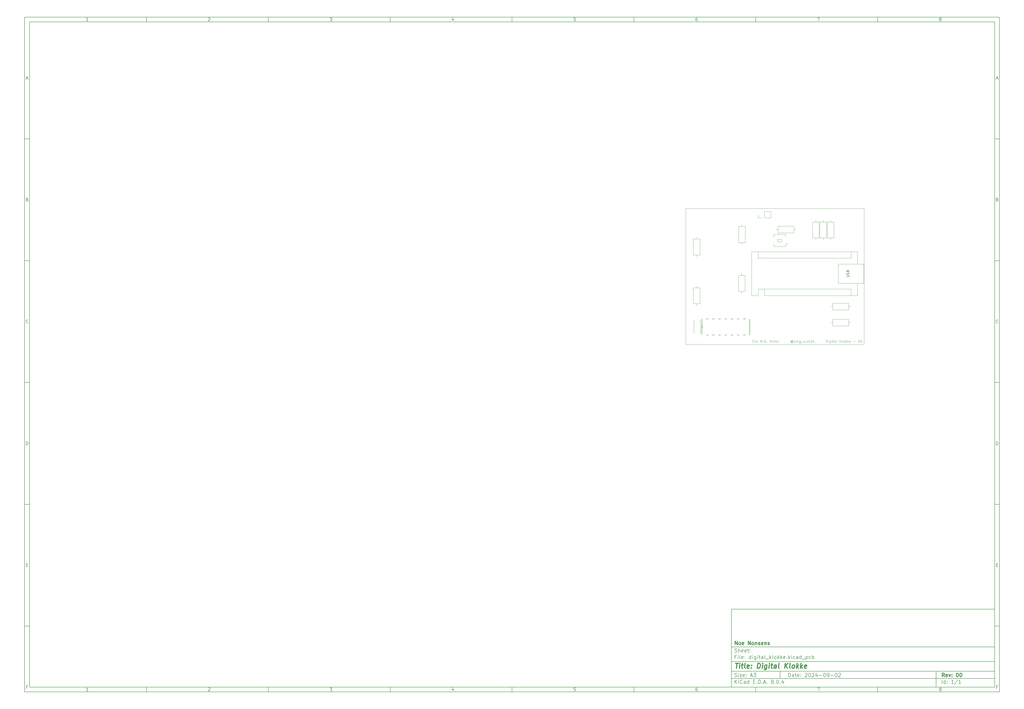
<source format=gbr>
%TF.GenerationSoftware,KiCad,Pcbnew,8.0.4*%
%TF.CreationDate,2024-09-02T20:22:52+02:00*%
%TF.ProjectId,digital_klokke,64696769-7461-46c5-9f6b-6c6f6b6b652e,00*%
%TF.SameCoordinates,PX10c44c20PY899d7e0*%
%TF.FileFunction,Legend,Top*%
%TF.FilePolarity,Positive*%
%FSLAX46Y46*%
G04 Gerber Fmt 4.6, Leading zero omitted, Abs format (unit mm)*
G04 Created by KiCad (PCBNEW 8.0.4) date 2024-09-02 20:22:52*
%MOMM*%
%LPD*%
G01*
G04 APERTURE LIST*
%ADD10C,0.100000*%
%ADD11C,0.150000*%
%ADD12C,0.300000*%
%ADD13C,0.400000*%
%ADD14C,0.120000*%
%ADD15C,0.152400*%
%TA.AperFunction,Profile*%
%ADD16C,0.050000*%
%TD*%
G04 APERTURE END LIST*
D10*
D11*
X18689000Y-108702200D02*
X126689000Y-108702200D01*
X126689000Y-140702200D01*
X18689000Y-140702200D01*
X18689000Y-108702200D01*
D10*
D11*
X-271300000Y134300000D02*
X128689000Y134300000D01*
X128689000Y-142702200D01*
X-271300000Y-142702200D01*
X-271300000Y134300000D01*
D10*
D11*
X-269300000Y132300000D02*
X126689000Y132300000D01*
X126689000Y-140702200D01*
X-269300000Y-140702200D01*
X-269300000Y132300000D01*
D10*
D11*
X-221300000Y132300000D02*
X-221300000Y134300000D01*
D10*
D11*
X-171300000Y132300000D02*
X-171300000Y134300000D01*
D10*
D11*
X-121300000Y132300000D02*
X-121300000Y134300000D01*
D10*
D11*
X-71300000Y132300000D02*
X-71300000Y134300000D01*
D10*
D11*
X-21300000Y132300000D02*
X-21300000Y134300000D01*
D10*
D11*
X28700000Y132300000D02*
X28700000Y134300000D01*
D10*
D11*
X78700000Y132300000D02*
X78700000Y134300000D01*
D10*
D11*
X-245210840Y132706396D02*
X-245953697Y132706396D01*
X-245582269Y132706396D02*
X-245582269Y134006396D01*
X-245582269Y134006396D02*
X-245706078Y133820681D01*
X-245706078Y133820681D02*
X-245829888Y133696872D01*
X-245829888Y133696872D02*
X-245953697Y133634967D01*
D10*
D11*
X-195953697Y133882586D02*
X-195891793Y133944491D01*
X-195891793Y133944491D02*
X-195767983Y134006396D01*
X-195767983Y134006396D02*
X-195458459Y134006396D01*
X-195458459Y134006396D02*
X-195334650Y133944491D01*
X-195334650Y133944491D02*
X-195272745Y133882586D01*
X-195272745Y133882586D02*
X-195210840Y133758777D01*
X-195210840Y133758777D02*
X-195210840Y133634967D01*
X-195210840Y133634967D02*
X-195272745Y133449253D01*
X-195272745Y133449253D02*
X-196015602Y132706396D01*
X-196015602Y132706396D02*
X-195210840Y132706396D01*
D10*
D11*
X-146015602Y134006396D02*
X-145210840Y134006396D01*
X-145210840Y134006396D02*
X-145644174Y133511158D01*
X-145644174Y133511158D02*
X-145458459Y133511158D01*
X-145458459Y133511158D02*
X-145334650Y133449253D01*
X-145334650Y133449253D02*
X-145272745Y133387348D01*
X-145272745Y133387348D02*
X-145210840Y133263539D01*
X-145210840Y133263539D02*
X-145210840Y132954015D01*
X-145210840Y132954015D02*
X-145272745Y132830205D01*
X-145272745Y132830205D02*
X-145334650Y132768300D01*
X-145334650Y132768300D02*
X-145458459Y132706396D01*
X-145458459Y132706396D02*
X-145829888Y132706396D01*
X-145829888Y132706396D02*
X-145953697Y132768300D01*
X-145953697Y132768300D02*
X-146015602Y132830205D01*
D10*
D11*
X-95334650Y133573062D02*
X-95334650Y132706396D01*
X-95644174Y134068300D02*
X-95953697Y133139729D01*
X-95953697Y133139729D02*
X-95148936Y133139729D01*
D10*
D11*
X-45272745Y134006396D02*
X-45891793Y134006396D01*
X-45891793Y134006396D02*
X-45953697Y133387348D01*
X-45953697Y133387348D02*
X-45891793Y133449253D01*
X-45891793Y133449253D02*
X-45767983Y133511158D01*
X-45767983Y133511158D02*
X-45458459Y133511158D01*
X-45458459Y133511158D02*
X-45334650Y133449253D01*
X-45334650Y133449253D02*
X-45272745Y133387348D01*
X-45272745Y133387348D02*
X-45210840Y133263539D01*
X-45210840Y133263539D02*
X-45210840Y132954015D01*
X-45210840Y132954015D02*
X-45272745Y132830205D01*
X-45272745Y132830205D02*
X-45334650Y132768300D01*
X-45334650Y132768300D02*
X-45458459Y132706396D01*
X-45458459Y132706396D02*
X-45767983Y132706396D01*
X-45767983Y132706396D02*
X-45891793Y132768300D01*
X-45891793Y132768300D02*
X-45953697Y132830205D01*
D10*
D11*
X4665350Y134006396D02*
X4417731Y134006396D01*
X4417731Y134006396D02*
X4293922Y133944491D01*
X4293922Y133944491D02*
X4232017Y133882586D01*
X4232017Y133882586D02*
X4108207Y133696872D01*
X4108207Y133696872D02*
X4046303Y133449253D01*
X4046303Y133449253D02*
X4046303Y132954015D01*
X4046303Y132954015D02*
X4108207Y132830205D01*
X4108207Y132830205D02*
X4170112Y132768300D01*
X4170112Y132768300D02*
X4293922Y132706396D01*
X4293922Y132706396D02*
X4541541Y132706396D01*
X4541541Y132706396D02*
X4665350Y132768300D01*
X4665350Y132768300D02*
X4727255Y132830205D01*
X4727255Y132830205D02*
X4789160Y132954015D01*
X4789160Y132954015D02*
X4789160Y133263539D01*
X4789160Y133263539D02*
X4727255Y133387348D01*
X4727255Y133387348D02*
X4665350Y133449253D01*
X4665350Y133449253D02*
X4541541Y133511158D01*
X4541541Y133511158D02*
X4293922Y133511158D01*
X4293922Y133511158D02*
X4170112Y133449253D01*
X4170112Y133449253D02*
X4108207Y133387348D01*
X4108207Y133387348D02*
X4046303Y133263539D01*
D10*
D11*
X53984398Y134006396D02*
X54851064Y134006396D01*
X54851064Y134006396D02*
X54293922Y132706396D01*
D10*
D11*
X104293922Y133449253D02*
X104170112Y133511158D01*
X104170112Y133511158D02*
X104108207Y133573062D01*
X104108207Y133573062D02*
X104046303Y133696872D01*
X104046303Y133696872D02*
X104046303Y133758777D01*
X104046303Y133758777D02*
X104108207Y133882586D01*
X104108207Y133882586D02*
X104170112Y133944491D01*
X104170112Y133944491D02*
X104293922Y134006396D01*
X104293922Y134006396D02*
X104541541Y134006396D01*
X104541541Y134006396D02*
X104665350Y133944491D01*
X104665350Y133944491D02*
X104727255Y133882586D01*
X104727255Y133882586D02*
X104789160Y133758777D01*
X104789160Y133758777D02*
X104789160Y133696872D01*
X104789160Y133696872D02*
X104727255Y133573062D01*
X104727255Y133573062D02*
X104665350Y133511158D01*
X104665350Y133511158D02*
X104541541Y133449253D01*
X104541541Y133449253D02*
X104293922Y133449253D01*
X104293922Y133449253D02*
X104170112Y133387348D01*
X104170112Y133387348D02*
X104108207Y133325443D01*
X104108207Y133325443D02*
X104046303Y133201634D01*
X104046303Y133201634D02*
X104046303Y132954015D01*
X104046303Y132954015D02*
X104108207Y132830205D01*
X104108207Y132830205D02*
X104170112Y132768300D01*
X104170112Y132768300D02*
X104293922Y132706396D01*
X104293922Y132706396D02*
X104541541Y132706396D01*
X104541541Y132706396D02*
X104665350Y132768300D01*
X104665350Y132768300D02*
X104727255Y132830205D01*
X104727255Y132830205D02*
X104789160Y132954015D01*
X104789160Y132954015D02*
X104789160Y133201634D01*
X104789160Y133201634D02*
X104727255Y133325443D01*
X104727255Y133325443D02*
X104665350Y133387348D01*
X104665350Y133387348D02*
X104541541Y133449253D01*
D10*
D11*
X-221300000Y-140702200D02*
X-221300000Y-142702200D01*
D10*
D11*
X-171300000Y-140702200D02*
X-171300000Y-142702200D01*
D10*
D11*
X-121300000Y-140702200D02*
X-121300000Y-142702200D01*
D10*
D11*
X-71300000Y-140702200D02*
X-71300000Y-142702200D01*
D10*
D11*
X-21300000Y-140702200D02*
X-21300000Y-142702200D01*
D10*
D11*
X28700000Y-140702200D02*
X28700000Y-142702200D01*
D10*
D11*
X78700000Y-140702200D02*
X78700000Y-142702200D01*
D10*
D11*
X-245210840Y-142295804D02*
X-245953697Y-142295804D01*
X-245582269Y-142295804D02*
X-245582269Y-140995804D01*
X-245582269Y-140995804D02*
X-245706078Y-141181519D01*
X-245706078Y-141181519D02*
X-245829888Y-141305328D01*
X-245829888Y-141305328D02*
X-245953697Y-141367233D01*
D10*
D11*
X-195953697Y-141119614D02*
X-195891793Y-141057709D01*
X-195891793Y-141057709D02*
X-195767983Y-140995804D01*
X-195767983Y-140995804D02*
X-195458459Y-140995804D01*
X-195458459Y-140995804D02*
X-195334650Y-141057709D01*
X-195334650Y-141057709D02*
X-195272745Y-141119614D01*
X-195272745Y-141119614D02*
X-195210840Y-141243423D01*
X-195210840Y-141243423D02*
X-195210840Y-141367233D01*
X-195210840Y-141367233D02*
X-195272745Y-141552947D01*
X-195272745Y-141552947D02*
X-196015602Y-142295804D01*
X-196015602Y-142295804D02*
X-195210840Y-142295804D01*
D10*
D11*
X-146015602Y-140995804D02*
X-145210840Y-140995804D01*
X-145210840Y-140995804D02*
X-145644174Y-141491042D01*
X-145644174Y-141491042D02*
X-145458459Y-141491042D01*
X-145458459Y-141491042D02*
X-145334650Y-141552947D01*
X-145334650Y-141552947D02*
X-145272745Y-141614852D01*
X-145272745Y-141614852D02*
X-145210840Y-141738661D01*
X-145210840Y-141738661D02*
X-145210840Y-142048185D01*
X-145210840Y-142048185D02*
X-145272745Y-142171995D01*
X-145272745Y-142171995D02*
X-145334650Y-142233900D01*
X-145334650Y-142233900D02*
X-145458459Y-142295804D01*
X-145458459Y-142295804D02*
X-145829888Y-142295804D01*
X-145829888Y-142295804D02*
X-145953697Y-142233900D01*
X-145953697Y-142233900D02*
X-146015602Y-142171995D01*
D10*
D11*
X-95334650Y-141429138D02*
X-95334650Y-142295804D01*
X-95644174Y-140933900D02*
X-95953697Y-141862471D01*
X-95953697Y-141862471D02*
X-95148936Y-141862471D01*
D10*
D11*
X-45272745Y-140995804D02*
X-45891793Y-140995804D01*
X-45891793Y-140995804D02*
X-45953697Y-141614852D01*
X-45953697Y-141614852D02*
X-45891793Y-141552947D01*
X-45891793Y-141552947D02*
X-45767983Y-141491042D01*
X-45767983Y-141491042D02*
X-45458459Y-141491042D01*
X-45458459Y-141491042D02*
X-45334650Y-141552947D01*
X-45334650Y-141552947D02*
X-45272745Y-141614852D01*
X-45272745Y-141614852D02*
X-45210840Y-141738661D01*
X-45210840Y-141738661D02*
X-45210840Y-142048185D01*
X-45210840Y-142048185D02*
X-45272745Y-142171995D01*
X-45272745Y-142171995D02*
X-45334650Y-142233900D01*
X-45334650Y-142233900D02*
X-45458459Y-142295804D01*
X-45458459Y-142295804D02*
X-45767983Y-142295804D01*
X-45767983Y-142295804D02*
X-45891793Y-142233900D01*
X-45891793Y-142233900D02*
X-45953697Y-142171995D01*
D10*
D11*
X4665350Y-140995804D02*
X4417731Y-140995804D01*
X4417731Y-140995804D02*
X4293922Y-141057709D01*
X4293922Y-141057709D02*
X4232017Y-141119614D01*
X4232017Y-141119614D02*
X4108207Y-141305328D01*
X4108207Y-141305328D02*
X4046303Y-141552947D01*
X4046303Y-141552947D02*
X4046303Y-142048185D01*
X4046303Y-142048185D02*
X4108207Y-142171995D01*
X4108207Y-142171995D02*
X4170112Y-142233900D01*
X4170112Y-142233900D02*
X4293922Y-142295804D01*
X4293922Y-142295804D02*
X4541541Y-142295804D01*
X4541541Y-142295804D02*
X4665350Y-142233900D01*
X4665350Y-142233900D02*
X4727255Y-142171995D01*
X4727255Y-142171995D02*
X4789160Y-142048185D01*
X4789160Y-142048185D02*
X4789160Y-141738661D01*
X4789160Y-141738661D02*
X4727255Y-141614852D01*
X4727255Y-141614852D02*
X4665350Y-141552947D01*
X4665350Y-141552947D02*
X4541541Y-141491042D01*
X4541541Y-141491042D02*
X4293922Y-141491042D01*
X4293922Y-141491042D02*
X4170112Y-141552947D01*
X4170112Y-141552947D02*
X4108207Y-141614852D01*
X4108207Y-141614852D02*
X4046303Y-141738661D01*
D10*
D11*
X53984398Y-140995804D02*
X54851064Y-140995804D01*
X54851064Y-140995804D02*
X54293922Y-142295804D01*
D10*
D11*
X104293922Y-141552947D02*
X104170112Y-141491042D01*
X104170112Y-141491042D02*
X104108207Y-141429138D01*
X104108207Y-141429138D02*
X104046303Y-141305328D01*
X104046303Y-141305328D02*
X104046303Y-141243423D01*
X104046303Y-141243423D02*
X104108207Y-141119614D01*
X104108207Y-141119614D02*
X104170112Y-141057709D01*
X104170112Y-141057709D02*
X104293922Y-140995804D01*
X104293922Y-140995804D02*
X104541541Y-140995804D01*
X104541541Y-140995804D02*
X104665350Y-141057709D01*
X104665350Y-141057709D02*
X104727255Y-141119614D01*
X104727255Y-141119614D02*
X104789160Y-141243423D01*
X104789160Y-141243423D02*
X104789160Y-141305328D01*
X104789160Y-141305328D02*
X104727255Y-141429138D01*
X104727255Y-141429138D02*
X104665350Y-141491042D01*
X104665350Y-141491042D02*
X104541541Y-141552947D01*
X104541541Y-141552947D02*
X104293922Y-141552947D01*
X104293922Y-141552947D02*
X104170112Y-141614852D01*
X104170112Y-141614852D02*
X104108207Y-141676757D01*
X104108207Y-141676757D02*
X104046303Y-141800566D01*
X104046303Y-141800566D02*
X104046303Y-142048185D01*
X104046303Y-142048185D02*
X104108207Y-142171995D01*
X104108207Y-142171995D02*
X104170112Y-142233900D01*
X104170112Y-142233900D02*
X104293922Y-142295804D01*
X104293922Y-142295804D02*
X104541541Y-142295804D01*
X104541541Y-142295804D02*
X104665350Y-142233900D01*
X104665350Y-142233900D02*
X104727255Y-142171995D01*
X104727255Y-142171995D02*
X104789160Y-142048185D01*
X104789160Y-142048185D02*
X104789160Y-141800566D01*
X104789160Y-141800566D02*
X104727255Y-141676757D01*
X104727255Y-141676757D02*
X104665350Y-141614852D01*
X104665350Y-141614852D02*
X104541541Y-141552947D01*
D10*
D11*
X-271300000Y84300000D02*
X-269300000Y84300000D01*
D10*
D11*
X-271300000Y34300000D02*
X-269300000Y34300000D01*
D10*
D11*
X-271300000Y-15700000D02*
X-269300000Y-15700000D01*
D10*
D11*
X-271300000Y-65700000D02*
X-269300000Y-65700000D01*
D10*
D11*
X-271300000Y-115700000D02*
X-269300000Y-115700000D01*
D10*
D11*
X-270609524Y109077824D02*
X-269990477Y109077824D01*
X-270733334Y108706396D02*
X-270300001Y110006396D01*
X-270300001Y110006396D02*
X-269866667Y108706396D01*
D10*
D11*
X-270207143Y59387348D02*
X-270021429Y59325443D01*
X-270021429Y59325443D02*
X-269959524Y59263539D01*
X-269959524Y59263539D02*
X-269897620Y59139729D01*
X-269897620Y59139729D02*
X-269897620Y58954015D01*
X-269897620Y58954015D02*
X-269959524Y58830205D01*
X-269959524Y58830205D02*
X-270021429Y58768300D01*
X-270021429Y58768300D02*
X-270145239Y58706396D01*
X-270145239Y58706396D02*
X-270640477Y58706396D01*
X-270640477Y58706396D02*
X-270640477Y60006396D01*
X-270640477Y60006396D02*
X-270207143Y60006396D01*
X-270207143Y60006396D02*
X-270083334Y59944491D01*
X-270083334Y59944491D02*
X-270021429Y59882586D01*
X-270021429Y59882586D02*
X-269959524Y59758777D01*
X-269959524Y59758777D02*
X-269959524Y59634967D01*
X-269959524Y59634967D02*
X-270021429Y59511158D01*
X-270021429Y59511158D02*
X-270083334Y59449253D01*
X-270083334Y59449253D02*
X-270207143Y59387348D01*
X-270207143Y59387348D02*
X-270640477Y59387348D01*
D10*
D11*
X-269897620Y8830205D02*
X-269959524Y8768300D01*
X-269959524Y8768300D02*
X-270145239Y8706396D01*
X-270145239Y8706396D02*
X-270269048Y8706396D01*
X-270269048Y8706396D02*
X-270454762Y8768300D01*
X-270454762Y8768300D02*
X-270578572Y8892110D01*
X-270578572Y8892110D02*
X-270640477Y9015920D01*
X-270640477Y9015920D02*
X-270702381Y9263539D01*
X-270702381Y9263539D02*
X-270702381Y9449253D01*
X-270702381Y9449253D02*
X-270640477Y9696872D01*
X-270640477Y9696872D02*
X-270578572Y9820681D01*
X-270578572Y9820681D02*
X-270454762Y9944491D01*
X-270454762Y9944491D02*
X-270269048Y10006396D01*
X-270269048Y10006396D02*
X-270145239Y10006396D01*
X-270145239Y10006396D02*
X-269959524Y9944491D01*
X-269959524Y9944491D02*
X-269897620Y9882586D01*
D10*
D11*
X-270640477Y-41293604D02*
X-270640477Y-39993604D01*
X-270640477Y-39993604D02*
X-270330953Y-39993604D01*
X-270330953Y-39993604D02*
X-270145239Y-40055509D01*
X-270145239Y-40055509D02*
X-270021429Y-40179319D01*
X-270021429Y-40179319D02*
X-269959524Y-40303128D01*
X-269959524Y-40303128D02*
X-269897620Y-40550747D01*
X-269897620Y-40550747D02*
X-269897620Y-40736461D01*
X-269897620Y-40736461D02*
X-269959524Y-40984080D01*
X-269959524Y-40984080D02*
X-270021429Y-41107890D01*
X-270021429Y-41107890D02*
X-270145239Y-41231700D01*
X-270145239Y-41231700D02*
X-270330953Y-41293604D01*
X-270330953Y-41293604D02*
X-270640477Y-41293604D01*
D10*
D11*
X-270578572Y-90612652D02*
X-270145238Y-90612652D01*
X-269959524Y-91293604D02*
X-270578572Y-91293604D01*
X-270578572Y-91293604D02*
X-270578572Y-89993604D01*
X-270578572Y-89993604D02*
X-269959524Y-89993604D01*
D10*
D11*
X-270114286Y-140612652D02*
X-270547620Y-140612652D01*
X-270547620Y-141293604D02*
X-270547620Y-139993604D01*
X-270547620Y-139993604D02*
X-269928572Y-139993604D01*
D10*
D11*
X128689000Y84300000D02*
X126689000Y84300000D01*
D10*
D11*
X128689000Y34300000D02*
X126689000Y34300000D01*
D10*
D11*
X128689000Y-15700000D02*
X126689000Y-15700000D01*
D10*
D11*
X128689000Y-65700000D02*
X126689000Y-65700000D01*
D10*
D11*
X128689000Y-115700000D02*
X126689000Y-115700000D01*
D10*
D11*
X127379476Y109077824D02*
X127998523Y109077824D01*
X127255666Y108706396D02*
X127688999Y110006396D01*
X127688999Y110006396D02*
X128122333Y108706396D01*
D10*
D11*
X127781857Y59387348D02*
X127967571Y59325443D01*
X127967571Y59325443D02*
X128029476Y59263539D01*
X128029476Y59263539D02*
X128091380Y59139729D01*
X128091380Y59139729D02*
X128091380Y58954015D01*
X128091380Y58954015D02*
X128029476Y58830205D01*
X128029476Y58830205D02*
X127967571Y58768300D01*
X127967571Y58768300D02*
X127843761Y58706396D01*
X127843761Y58706396D02*
X127348523Y58706396D01*
X127348523Y58706396D02*
X127348523Y60006396D01*
X127348523Y60006396D02*
X127781857Y60006396D01*
X127781857Y60006396D02*
X127905666Y59944491D01*
X127905666Y59944491D02*
X127967571Y59882586D01*
X127967571Y59882586D02*
X128029476Y59758777D01*
X128029476Y59758777D02*
X128029476Y59634967D01*
X128029476Y59634967D02*
X127967571Y59511158D01*
X127967571Y59511158D02*
X127905666Y59449253D01*
X127905666Y59449253D02*
X127781857Y59387348D01*
X127781857Y59387348D02*
X127348523Y59387348D01*
D10*
D11*
X128091380Y8830205D02*
X128029476Y8768300D01*
X128029476Y8768300D02*
X127843761Y8706396D01*
X127843761Y8706396D02*
X127719952Y8706396D01*
X127719952Y8706396D02*
X127534238Y8768300D01*
X127534238Y8768300D02*
X127410428Y8892110D01*
X127410428Y8892110D02*
X127348523Y9015920D01*
X127348523Y9015920D02*
X127286619Y9263539D01*
X127286619Y9263539D02*
X127286619Y9449253D01*
X127286619Y9449253D02*
X127348523Y9696872D01*
X127348523Y9696872D02*
X127410428Y9820681D01*
X127410428Y9820681D02*
X127534238Y9944491D01*
X127534238Y9944491D02*
X127719952Y10006396D01*
X127719952Y10006396D02*
X127843761Y10006396D01*
X127843761Y10006396D02*
X128029476Y9944491D01*
X128029476Y9944491D02*
X128091380Y9882586D01*
D10*
D11*
X127348523Y-41293604D02*
X127348523Y-39993604D01*
X127348523Y-39993604D02*
X127658047Y-39993604D01*
X127658047Y-39993604D02*
X127843761Y-40055509D01*
X127843761Y-40055509D02*
X127967571Y-40179319D01*
X127967571Y-40179319D02*
X128029476Y-40303128D01*
X128029476Y-40303128D02*
X128091380Y-40550747D01*
X128091380Y-40550747D02*
X128091380Y-40736461D01*
X128091380Y-40736461D02*
X128029476Y-40984080D01*
X128029476Y-40984080D02*
X127967571Y-41107890D01*
X127967571Y-41107890D02*
X127843761Y-41231700D01*
X127843761Y-41231700D02*
X127658047Y-41293604D01*
X127658047Y-41293604D02*
X127348523Y-41293604D01*
D10*
D11*
X127410428Y-90612652D02*
X127843762Y-90612652D01*
X128029476Y-91293604D02*
X127410428Y-91293604D01*
X127410428Y-91293604D02*
X127410428Y-89993604D01*
X127410428Y-89993604D02*
X128029476Y-89993604D01*
D10*
D11*
X127874714Y-140612652D02*
X127441380Y-140612652D01*
X127441380Y-141293604D02*
X127441380Y-139993604D01*
X127441380Y-139993604D02*
X128060428Y-139993604D01*
D10*
D11*
X42144826Y-136488328D02*
X42144826Y-134988328D01*
X42144826Y-134988328D02*
X42501969Y-134988328D01*
X42501969Y-134988328D02*
X42716255Y-135059757D01*
X42716255Y-135059757D02*
X42859112Y-135202614D01*
X42859112Y-135202614D02*
X42930541Y-135345471D01*
X42930541Y-135345471D02*
X43001969Y-135631185D01*
X43001969Y-135631185D02*
X43001969Y-135845471D01*
X43001969Y-135845471D02*
X42930541Y-136131185D01*
X42930541Y-136131185D02*
X42859112Y-136274042D01*
X42859112Y-136274042D02*
X42716255Y-136416900D01*
X42716255Y-136416900D02*
X42501969Y-136488328D01*
X42501969Y-136488328D02*
X42144826Y-136488328D01*
X44287684Y-136488328D02*
X44287684Y-135702614D01*
X44287684Y-135702614D02*
X44216255Y-135559757D01*
X44216255Y-135559757D02*
X44073398Y-135488328D01*
X44073398Y-135488328D02*
X43787684Y-135488328D01*
X43787684Y-135488328D02*
X43644826Y-135559757D01*
X44287684Y-136416900D02*
X44144826Y-136488328D01*
X44144826Y-136488328D02*
X43787684Y-136488328D01*
X43787684Y-136488328D02*
X43644826Y-136416900D01*
X43644826Y-136416900D02*
X43573398Y-136274042D01*
X43573398Y-136274042D02*
X43573398Y-136131185D01*
X43573398Y-136131185D02*
X43644826Y-135988328D01*
X43644826Y-135988328D02*
X43787684Y-135916900D01*
X43787684Y-135916900D02*
X44144826Y-135916900D01*
X44144826Y-135916900D02*
X44287684Y-135845471D01*
X44787684Y-135488328D02*
X45359112Y-135488328D01*
X45001969Y-134988328D02*
X45001969Y-136274042D01*
X45001969Y-136274042D02*
X45073398Y-136416900D01*
X45073398Y-136416900D02*
X45216255Y-136488328D01*
X45216255Y-136488328D02*
X45359112Y-136488328D01*
X46430541Y-136416900D02*
X46287684Y-136488328D01*
X46287684Y-136488328D02*
X46001970Y-136488328D01*
X46001970Y-136488328D02*
X45859112Y-136416900D01*
X45859112Y-136416900D02*
X45787684Y-136274042D01*
X45787684Y-136274042D02*
X45787684Y-135702614D01*
X45787684Y-135702614D02*
X45859112Y-135559757D01*
X45859112Y-135559757D02*
X46001970Y-135488328D01*
X46001970Y-135488328D02*
X46287684Y-135488328D01*
X46287684Y-135488328D02*
X46430541Y-135559757D01*
X46430541Y-135559757D02*
X46501970Y-135702614D01*
X46501970Y-135702614D02*
X46501970Y-135845471D01*
X46501970Y-135845471D02*
X45787684Y-135988328D01*
X47144826Y-136345471D02*
X47216255Y-136416900D01*
X47216255Y-136416900D02*
X47144826Y-136488328D01*
X47144826Y-136488328D02*
X47073398Y-136416900D01*
X47073398Y-136416900D02*
X47144826Y-136345471D01*
X47144826Y-136345471D02*
X47144826Y-136488328D01*
X47144826Y-135559757D02*
X47216255Y-135631185D01*
X47216255Y-135631185D02*
X47144826Y-135702614D01*
X47144826Y-135702614D02*
X47073398Y-135631185D01*
X47073398Y-135631185D02*
X47144826Y-135559757D01*
X47144826Y-135559757D02*
X47144826Y-135702614D01*
X48930541Y-135131185D02*
X49001969Y-135059757D01*
X49001969Y-135059757D02*
X49144827Y-134988328D01*
X49144827Y-134988328D02*
X49501969Y-134988328D01*
X49501969Y-134988328D02*
X49644827Y-135059757D01*
X49644827Y-135059757D02*
X49716255Y-135131185D01*
X49716255Y-135131185D02*
X49787684Y-135274042D01*
X49787684Y-135274042D02*
X49787684Y-135416900D01*
X49787684Y-135416900D02*
X49716255Y-135631185D01*
X49716255Y-135631185D02*
X48859112Y-136488328D01*
X48859112Y-136488328D02*
X49787684Y-136488328D01*
X50716255Y-134988328D02*
X50859112Y-134988328D01*
X50859112Y-134988328D02*
X51001969Y-135059757D01*
X51001969Y-135059757D02*
X51073398Y-135131185D01*
X51073398Y-135131185D02*
X51144826Y-135274042D01*
X51144826Y-135274042D02*
X51216255Y-135559757D01*
X51216255Y-135559757D02*
X51216255Y-135916900D01*
X51216255Y-135916900D02*
X51144826Y-136202614D01*
X51144826Y-136202614D02*
X51073398Y-136345471D01*
X51073398Y-136345471D02*
X51001969Y-136416900D01*
X51001969Y-136416900D02*
X50859112Y-136488328D01*
X50859112Y-136488328D02*
X50716255Y-136488328D01*
X50716255Y-136488328D02*
X50573398Y-136416900D01*
X50573398Y-136416900D02*
X50501969Y-136345471D01*
X50501969Y-136345471D02*
X50430540Y-136202614D01*
X50430540Y-136202614D02*
X50359112Y-135916900D01*
X50359112Y-135916900D02*
X50359112Y-135559757D01*
X50359112Y-135559757D02*
X50430540Y-135274042D01*
X50430540Y-135274042D02*
X50501969Y-135131185D01*
X50501969Y-135131185D02*
X50573398Y-135059757D01*
X50573398Y-135059757D02*
X50716255Y-134988328D01*
X51787683Y-135131185D02*
X51859111Y-135059757D01*
X51859111Y-135059757D02*
X52001969Y-134988328D01*
X52001969Y-134988328D02*
X52359111Y-134988328D01*
X52359111Y-134988328D02*
X52501969Y-135059757D01*
X52501969Y-135059757D02*
X52573397Y-135131185D01*
X52573397Y-135131185D02*
X52644826Y-135274042D01*
X52644826Y-135274042D02*
X52644826Y-135416900D01*
X52644826Y-135416900D02*
X52573397Y-135631185D01*
X52573397Y-135631185D02*
X51716254Y-136488328D01*
X51716254Y-136488328D02*
X52644826Y-136488328D01*
X53930540Y-135488328D02*
X53930540Y-136488328D01*
X53573397Y-134916900D02*
X53216254Y-135988328D01*
X53216254Y-135988328D02*
X54144825Y-135988328D01*
X54716253Y-135916900D02*
X55859111Y-135916900D01*
X56859111Y-134988328D02*
X57001968Y-134988328D01*
X57001968Y-134988328D02*
X57144825Y-135059757D01*
X57144825Y-135059757D02*
X57216254Y-135131185D01*
X57216254Y-135131185D02*
X57287682Y-135274042D01*
X57287682Y-135274042D02*
X57359111Y-135559757D01*
X57359111Y-135559757D02*
X57359111Y-135916900D01*
X57359111Y-135916900D02*
X57287682Y-136202614D01*
X57287682Y-136202614D02*
X57216254Y-136345471D01*
X57216254Y-136345471D02*
X57144825Y-136416900D01*
X57144825Y-136416900D02*
X57001968Y-136488328D01*
X57001968Y-136488328D02*
X56859111Y-136488328D01*
X56859111Y-136488328D02*
X56716254Y-136416900D01*
X56716254Y-136416900D02*
X56644825Y-136345471D01*
X56644825Y-136345471D02*
X56573396Y-136202614D01*
X56573396Y-136202614D02*
X56501968Y-135916900D01*
X56501968Y-135916900D02*
X56501968Y-135559757D01*
X56501968Y-135559757D02*
X56573396Y-135274042D01*
X56573396Y-135274042D02*
X56644825Y-135131185D01*
X56644825Y-135131185D02*
X56716254Y-135059757D01*
X56716254Y-135059757D02*
X56859111Y-134988328D01*
X58073396Y-136488328D02*
X58359110Y-136488328D01*
X58359110Y-136488328D02*
X58501967Y-136416900D01*
X58501967Y-136416900D02*
X58573396Y-136345471D01*
X58573396Y-136345471D02*
X58716253Y-136131185D01*
X58716253Y-136131185D02*
X58787682Y-135845471D01*
X58787682Y-135845471D02*
X58787682Y-135274042D01*
X58787682Y-135274042D02*
X58716253Y-135131185D01*
X58716253Y-135131185D02*
X58644825Y-135059757D01*
X58644825Y-135059757D02*
X58501967Y-134988328D01*
X58501967Y-134988328D02*
X58216253Y-134988328D01*
X58216253Y-134988328D02*
X58073396Y-135059757D01*
X58073396Y-135059757D02*
X58001967Y-135131185D01*
X58001967Y-135131185D02*
X57930539Y-135274042D01*
X57930539Y-135274042D02*
X57930539Y-135631185D01*
X57930539Y-135631185D02*
X58001967Y-135774042D01*
X58001967Y-135774042D02*
X58073396Y-135845471D01*
X58073396Y-135845471D02*
X58216253Y-135916900D01*
X58216253Y-135916900D02*
X58501967Y-135916900D01*
X58501967Y-135916900D02*
X58644825Y-135845471D01*
X58644825Y-135845471D02*
X58716253Y-135774042D01*
X58716253Y-135774042D02*
X58787682Y-135631185D01*
X59430538Y-135916900D02*
X60573396Y-135916900D01*
X61573396Y-134988328D02*
X61716253Y-134988328D01*
X61716253Y-134988328D02*
X61859110Y-135059757D01*
X61859110Y-135059757D02*
X61930539Y-135131185D01*
X61930539Y-135131185D02*
X62001967Y-135274042D01*
X62001967Y-135274042D02*
X62073396Y-135559757D01*
X62073396Y-135559757D02*
X62073396Y-135916900D01*
X62073396Y-135916900D02*
X62001967Y-136202614D01*
X62001967Y-136202614D02*
X61930539Y-136345471D01*
X61930539Y-136345471D02*
X61859110Y-136416900D01*
X61859110Y-136416900D02*
X61716253Y-136488328D01*
X61716253Y-136488328D02*
X61573396Y-136488328D01*
X61573396Y-136488328D02*
X61430539Y-136416900D01*
X61430539Y-136416900D02*
X61359110Y-136345471D01*
X61359110Y-136345471D02*
X61287681Y-136202614D01*
X61287681Y-136202614D02*
X61216253Y-135916900D01*
X61216253Y-135916900D02*
X61216253Y-135559757D01*
X61216253Y-135559757D02*
X61287681Y-135274042D01*
X61287681Y-135274042D02*
X61359110Y-135131185D01*
X61359110Y-135131185D02*
X61430539Y-135059757D01*
X61430539Y-135059757D02*
X61573396Y-134988328D01*
X62644824Y-135131185D02*
X62716252Y-135059757D01*
X62716252Y-135059757D02*
X62859110Y-134988328D01*
X62859110Y-134988328D02*
X63216252Y-134988328D01*
X63216252Y-134988328D02*
X63359110Y-135059757D01*
X63359110Y-135059757D02*
X63430538Y-135131185D01*
X63430538Y-135131185D02*
X63501967Y-135274042D01*
X63501967Y-135274042D02*
X63501967Y-135416900D01*
X63501967Y-135416900D02*
X63430538Y-135631185D01*
X63430538Y-135631185D02*
X62573395Y-136488328D01*
X62573395Y-136488328D02*
X63501967Y-136488328D01*
D10*
D11*
X18689000Y-137202200D02*
X126689000Y-137202200D01*
D10*
D11*
X20144826Y-139288328D02*
X20144826Y-137788328D01*
X21001969Y-139288328D02*
X20359112Y-138431185D01*
X21001969Y-137788328D02*
X20144826Y-138645471D01*
X21644826Y-139288328D02*
X21644826Y-138288328D01*
X21644826Y-137788328D02*
X21573398Y-137859757D01*
X21573398Y-137859757D02*
X21644826Y-137931185D01*
X21644826Y-137931185D02*
X21716255Y-137859757D01*
X21716255Y-137859757D02*
X21644826Y-137788328D01*
X21644826Y-137788328D02*
X21644826Y-137931185D01*
X23216255Y-139145471D02*
X23144827Y-139216900D01*
X23144827Y-139216900D02*
X22930541Y-139288328D01*
X22930541Y-139288328D02*
X22787684Y-139288328D01*
X22787684Y-139288328D02*
X22573398Y-139216900D01*
X22573398Y-139216900D02*
X22430541Y-139074042D01*
X22430541Y-139074042D02*
X22359112Y-138931185D01*
X22359112Y-138931185D02*
X22287684Y-138645471D01*
X22287684Y-138645471D02*
X22287684Y-138431185D01*
X22287684Y-138431185D02*
X22359112Y-138145471D01*
X22359112Y-138145471D02*
X22430541Y-138002614D01*
X22430541Y-138002614D02*
X22573398Y-137859757D01*
X22573398Y-137859757D02*
X22787684Y-137788328D01*
X22787684Y-137788328D02*
X22930541Y-137788328D01*
X22930541Y-137788328D02*
X23144827Y-137859757D01*
X23144827Y-137859757D02*
X23216255Y-137931185D01*
X24501970Y-139288328D02*
X24501970Y-138502614D01*
X24501970Y-138502614D02*
X24430541Y-138359757D01*
X24430541Y-138359757D02*
X24287684Y-138288328D01*
X24287684Y-138288328D02*
X24001970Y-138288328D01*
X24001970Y-138288328D02*
X23859112Y-138359757D01*
X24501970Y-139216900D02*
X24359112Y-139288328D01*
X24359112Y-139288328D02*
X24001970Y-139288328D01*
X24001970Y-139288328D02*
X23859112Y-139216900D01*
X23859112Y-139216900D02*
X23787684Y-139074042D01*
X23787684Y-139074042D02*
X23787684Y-138931185D01*
X23787684Y-138931185D02*
X23859112Y-138788328D01*
X23859112Y-138788328D02*
X24001970Y-138716900D01*
X24001970Y-138716900D02*
X24359112Y-138716900D01*
X24359112Y-138716900D02*
X24501970Y-138645471D01*
X25859113Y-139288328D02*
X25859113Y-137788328D01*
X25859113Y-139216900D02*
X25716255Y-139288328D01*
X25716255Y-139288328D02*
X25430541Y-139288328D01*
X25430541Y-139288328D02*
X25287684Y-139216900D01*
X25287684Y-139216900D02*
X25216255Y-139145471D01*
X25216255Y-139145471D02*
X25144827Y-139002614D01*
X25144827Y-139002614D02*
X25144827Y-138574042D01*
X25144827Y-138574042D02*
X25216255Y-138431185D01*
X25216255Y-138431185D02*
X25287684Y-138359757D01*
X25287684Y-138359757D02*
X25430541Y-138288328D01*
X25430541Y-138288328D02*
X25716255Y-138288328D01*
X25716255Y-138288328D02*
X25859113Y-138359757D01*
X27716255Y-138502614D02*
X28216255Y-138502614D01*
X28430541Y-139288328D02*
X27716255Y-139288328D01*
X27716255Y-139288328D02*
X27716255Y-137788328D01*
X27716255Y-137788328D02*
X28430541Y-137788328D01*
X29073398Y-139145471D02*
X29144827Y-139216900D01*
X29144827Y-139216900D02*
X29073398Y-139288328D01*
X29073398Y-139288328D02*
X29001970Y-139216900D01*
X29001970Y-139216900D02*
X29073398Y-139145471D01*
X29073398Y-139145471D02*
X29073398Y-139288328D01*
X29787684Y-139288328D02*
X29787684Y-137788328D01*
X29787684Y-137788328D02*
X30144827Y-137788328D01*
X30144827Y-137788328D02*
X30359113Y-137859757D01*
X30359113Y-137859757D02*
X30501970Y-138002614D01*
X30501970Y-138002614D02*
X30573399Y-138145471D01*
X30573399Y-138145471D02*
X30644827Y-138431185D01*
X30644827Y-138431185D02*
X30644827Y-138645471D01*
X30644827Y-138645471D02*
X30573399Y-138931185D01*
X30573399Y-138931185D02*
X30501970Y-139074042D01*
X30501970Y-139074042D02*
X30359113Y-139216900D01*
X30359113Y-139216900D02*
X30144827Y-139288328D01*
X30144827Y-139288328D02*
X29787684Y-139288328D01*
X31287684Y-139145471D02*
X31359113Y-139216900D01*
X31359113Y-139216900D02*
X31287684Y-139288328D01*
X31287684Y-139288328D02*
X31216256Y-139216900D01*
X31216256Y-139216900D02*
X31287684Y-139145471D01*
X31287684Y-139145471D02*
X31287684Y-139288328D01*
X31930542Y-138859757D02*
X32644828Y-138859757D01*
X31787685Y-139288328D02*
X32287685Y-137788328D01*
X32287685Y-137788328D02*
X32787685Y-139288328D01*
X33287684Y-139145471D02*
X33359113Y-139216900D01*
X33359113Y-139216900D02*
X33287684Y-139288328D01*
X33287684Y-139288328D02*
X33216256Y-139216900D01*
X33216256Y-139216900D02*
X33287684Y-139145471D01*
X33287684Y-139145471D02*
X33287684Y-139288328D01*
X35359113Y-138431185D02*
X35216256Y-138359757D01*
X35216256Y-138359757D02*
X35144827Y-138288328D01*
X35144827Y-138288328D02*
X35073399Y-138145471D01*
X35073399Y-138145471D02*
X35073399Y-138074042D01*
X35073399Y-138074042D02*
X35144827Y-137931185D01*
X35144827Y-137931185D02*
X35216256Y-137859757D01*
X35216256Y-137859757D02*
X35359113Y-137788328D01*
X35359113Y-137788328D02*
X35644827Y-137788328D01*
X35644827Y-137788328D02*
X35787685Y-137859757D01*
X35787685Y-137859757D02*
X35859113Y-137931185D01*
X35859113Y-137931185D02*
X35930542Y-138074042D01*
X35930542Y-138074042D02*
X35930542Y-138145471D01*
X35930542Y-138145471D02*
X35859113Y-138288328D01*
X35859113Y-138288328D02*
X35787685Y-138359757D01*
X35787685Y-138359757D02*
X35644827Y-138431185D01*
X35644827Y-138431185D02*
X35359113Y-138431185D01*
X35359113Y-138431185D02*
X35216256Y-138502614D01*
X35216256Y-138502614D02*
X35144827Y-138574042D01*
X35144827Y-138574042D02*
X35073399Y-138716900D01*
X35073399Y-138716900D02*
X35073399Y-139002614D01*
X35073399Y-139002614D02*
X35144827Y-139145471D01*
X35144827Y-139145471D02*
X35216256Y-139216900D01*
X35216256Y-139216900D02*
X35359113Y-139288328D01*
X35359113Y-139288328D02*
X35644827Y-139288328D01*
X35644827Y-139288328D02*
X35787685Y-139216900D01*
X35787685Y-139216900D02*
X35859113Y-139145471D01*
X35859113Y-139145471D02*
X35930542Y-139002614D01*
X35930542Y-139002614D02*
X35930542Y-138716900D01*
X35930542Y-138716900D02*
X35859113Y-138574042D01*
X35859113Y-138574042D02*
X35787685Y-138502614D01*
X35787685Y-138502614D02*
X35644827Y-138431185D01*
X36573398Y-139145471D02*
X36644827Y-139216900D01*
X36644827Y-139216900D02*
X36573398Y-139288328D01*
X36573398Y-139288328D02*
X36501970Y-139216900D01*
X36501970Y-139216900D02*
X36573398Y-139145471D01*
X36573398Y-139145471D02*
X36573398Y-139288328D01*
X37573399Y-137788328D02*
X37716256Y-137788328D01*
X37716256Y-137788328D02*
X37859113Y-137859757D01*
X37859113Y-137859757D02*
X37930542Y-137931185D01*
X37930542Y-137931185D02*
X38001970Y-138074042D01*
X38001970Y-138074042D02*
X38073399Y-138359757D01*
X38073399Y-138359757D02*
X38073399Y-138716900D01*
X38073399Y-138716900D02*
X38001970Y-139002614D01*
X38001970Y-139002614D02*
X37930542Y-139145471D01*
X37930542Y-139145471D02*
X37859113Y-139216900D01*
X37859113Y-139216900D02*
X37716256Y-139288328D01*
X37716256Y-139288328D02*
X37573399Y-139288328D01*
X37573399Y-139288328D02*
X37430542Y-139216900D01*
X37430542Y-139216900D02*
X37359113Y-139145471D01*
X37359113Y-139145471D02*
X37287684Y-139002614D01*
X37287684Y-139002614D02*
X37216256Y-138716900D01*
X37216256Y-138716900D02*
X37216256Y-138359757D01*
X37216256Y-138359757D02*
X37287684Y-138074042D01*
X37287684Y-138074042D02*
X37359113Y-137931185D01*
X37359113Y-137931185D02*
X37430542Y-137859757D01*
X37430542Y-137859757D02*
X37573399Y-137788328D01*
X38716255Y-139145471D02*
X38787684Y-139216900D01*
X38787684Y-139216900D02*
X38716255Y-139288328D01*
X38716255Y-139288328D02*
X38644827Y-139216900D01*
X38644827Y-139216900D02*
X38716255Y-139145471D01*
X38716255Y-139145471D02*
X38716255Y-139288328D01*
X40073399Y-138288328D02*
X40073399Y-139288328D01*
X39716256Y-137716900D02*
X39359113Y-138788328D01*
X39359113Y-138788328D02*
X40287684Y-138788328D01*
D10*
D11*
X18689000Y-134202200D02*
X126689000Y-134202200D01*
D10*
D12*
X106100653Y-136480528D02*
X105600653Y-135766242D01*
X105243510Y-136480528D02*
X105243510Y-134980528D01*
X105243510Y-134980528D02*
X105814939Y-134980528D01*
X105814939Y-134980528D02*
X105957796Y-135051957D01*
X105957796Y-135051957D02*
X106029225Y-135123385D01*
X106029225Y-135123385D02*
X106100653Y-135266242D01*
X106100653Y-135266242D02*
X106100653Y-135480528D01*
X106100653Y-135480528D02*
X106029225Y-135623385D01*
X106029225Y-135623385D02*
X105957796Y-135694814D01*
X105957796Y-135694814D02*
X105814939Y-135766242D01*
X105814939Y-135766242D02*
X105243510Y-135766242D01*
X107314939Y-136409100D02*
X107172082Y-136480528D01*
X107172082Y-136480528D02*
X106886368Y-136480528D01*
X106886368Y-136480528D02*
X106743510Y-136409100D01*
X106743510Y-136409100D02*
X106672082Y-136266242D01*
X106672082Y-136266242D02*
X106672082Y-135694814D01*
X106672082Y-135694814D02*
X106743510Y-135551957D01*
X106743510Y-135551957D02*
X106886368Y-135480528D01*
X106886368Y-135480528D02*
X107172082Y-135480528D01*
X107172082Y-135480528D02*
X107314939Y-135551957D01*
X107314939Y-135551957D02*
X107386368Y-135694814D01*
X107386368Y-135694814D02*
X107386368Y-135837671D01*
X107386368Y-135837671D02*
X106672082Y-135980528D01*
X107886367Y-135480528D02*
X108243510Y-136480528D01*
X108243510Y-136480528D02*
X108600653Y-135480528D01*
X109172081Y-136337671D02*
X109243510Y-136409100D01*
X109243510Y-136409100D02*
X109172081Y-136480528D01*
X109172081Y-136480528D02*
X109100653Y-136409100D01*
X109100653Y-136409100D02*
X109172081Y-136337671D01*
X109172081Y-136337671D02*
X109172081Y-136480528D01*
X109172081Y-135551957D02*
X109243510Y-135623385D01*
X109243510Y-135623385D02*
X109172081Y-135694814D01*
X109172081Y-135694814D02*
X109100653Y-135623385D01*
X109100653Y-135623385D02*
X109172081Y-135551957D01*
X109172081Y-135551957D02*
X109172081Y-135694814D01*
X111314939Y-134980528D02*
X111457796Y-134980528D01*
X111457796Y-134980528D02*
X111600653Y-135051957D01*
X111600653Y-135051957D02*
X111672082Y-135123385D01*
X111672082Y-135123385D02*
X111743510Y-135266242D01*
X111743510Y-135266242D02*
X111814939Y-135551957D01*
X111814939Y-135551957D02*
X111814939Y-135909100D01*
X111814939Y-135909100D02*
X111743510Y-136194814D01*
X111743510Y-136194814D02*
X111672082Y-136337671D01*
X111672082Y-136337671D02*
X111600653Y-136409100D01*
X111600653Y-136409100D02*
X111457796Y-136480528D01*
X111457796Y-136480528D02*
X111314939Y-136480528D01*
X111314939Y-136480528D02*
X111172082Y-136409100D01*
X111172082Y-136409100D02*
X111100653Y-136337671D01*
X111100653Y-136337671D02*
X111029224Y-136194814D01*
X111029224Y-136194814D02*
X110957796Y-135909100D01*
X110957796Y-135909100D02*
X110957796Y-135551957D01*
X110957796Y-135551957D02*
X111029224Y-135266242D01*
X111029224Y-135266242D02*
X111100653Y-135123385D01*
X111100653Y-135123385D02*
X111172082Y-135051957D01*
X111172082Y-135051957D02*
X111314939Y-134980528D01*
X112743510Y-134980528D02*
X112886367Y-134980528D01*
X112886367Y-134980528D02*
X113029224Y-135051957D01*
X113029224Y-135051957D02*
X113100653Y-135123385D01*
X113100653Y-135123385D02*
X113172081Y-135266242D01*
X113172081Y-135266242D02*
X113243510Y-135551957D01*
X113243510Y-135551957D02*
X113243510Y-135909100D01*
X113243510Y-135909100D02*
X113172081Y-136194814D01*
X113172081Y-136194814D02*
X113100653Y-136337671D01*
X113100653Y-136337671D02*
X113029224Y-136409100D01*
X113029224Y-136409100D02*
X112886367Y-136480528D01*
X112886367Y-136480528D02*
X112743510Y-136480528D01*
X112743510Y-136480528D02*
X112600653Y-136409100D01*
X112600653Y-136409100D02*
X112529224Y-136337671D01*
X112529224Y-136337671D02*
X112457795Y-136194814D01*
X112457795Y-136194814D02*
X112386367Y-135909100D01*
X112386367Y-135909100D02*
X112386367Y-135551957D01*
X112386367Y-135551957D02*
X112457795Y-135266242D01*
X112457795Y-135266242D02*
X112529224Y-135123385D01*
X112529224Y-135123385D02*
X112600653Y-135051957D01*
X112600653Y-135051957D02*
X112743510Y-134980528D01*
D10*
D11*
X20073398Y-136416900D02*
X20287684Y-136488328D01*
X20287684Y-136488328D02*
X20644826Y-136488328D01*
X20644826Y-136488328D02*
X20787684Y-136416900D01*
X20787684Y-136416900D02*
X20859112Y-136345471D01*
X20859112Y-136345471D02*
X20930541Y-136202614D01*
X20930541Y-136202614D02*
X20930541Y-136059757D01*
X20930541Y-136059757D02*
X20859112Y-135916900D01*
X20859112Y-135916900D02*
X20787684Y-135845471D01*
X20787684Y-135845471D02*
X20644826Y-135774042D01*
X20644826Y-135774042D02*
X20359112Y-135702614D01*
X20359112Y-135702614D02*
X20216255Y-135631185D01*
X20216255Y-135631185D02*
X20144826Y-135559757D01*
X20144826Y-135559757D02*
X20073398Y-135416900D01*
X20073398Y-135416900D02*
X20073398Y-135274042D01*
X20073398Y-135274042D02*
X20144826Y-135131185D01*
X20144826Y-135131185D02*
X20216255Y-135059757D01*
X20216255Y-135059757D02*
X20359112Y-134988328D01*
X20359112Y-134988328D02*
X20716255Y-134988328D01*
X20716255Y-134988328D02*
X20930541Y-135059757D01*
X21573397Y-136488328D02*
X21573397Y-135488328D01*
X21573397Y-134988328D02*
X21501969Y-135059757D01*
X21501969Y-135059757D02*
X21573397Y-135131185D01*
X21573397Y-135131185D02*
X21644826Y-135059757D01*
X21644826Y-135059757D02*
X21573397Y-134988328D01*
X21573397Y-134988328D02*
X21573397Y-135131185D01*
X22144826Y-135488328D02*
X22930541Y-135488328D01*
X22930541Y-135488328D02*
X22144826Y-136488328D01*
X22144826Y-136488328D02*
X22930541Y-136488328D01*
X24073398Y-136416900D02*
X23930541Y-136488328D01*
X23930541Y-136488328D02*
X23644827Y-136488328D01*
X23644827Y-136488328D02*
X23501969Y-136416900D01*
X23501969Y-136416900D02*
X23430541Y-136274042D01*
X23430541Y-136274042D02*
X23430541Y-135702614D01*
X23430541Y-135702614D02*
X23501969Y-135559757D01*
X23501969Y-135559757D02*
X23644827Y-135488328D01*
X23644827Y-135488328D02*
X23930541Y-135488328D01*
X23930541Y-135488328D02*
X24073398Y-135559757D01*
X24073398Y-135559757D02*
X24144827Y-135702614D01*
X24144827Y-135702614D02*
X24144827Y-135845471D01*
X24144827Y-135845471D02*
X23430541Y-135988328D01*
X24787683Y-136345471D02*
X24859112Y-136416900D01*
X24859112Y-136416900D02*
X24787683Y-136488328D01*
X24787683Y-136488328D02*
X24716255Y-136416900D01*
X24716255Y-136416900D02*
X24787683Y-136345471D01*
X24787683Y-136345471D02*
X24787683Y-136488328D01*
X24787683Y-135559757D02*
X24859112Y-135631185D01*
X24859112Y-135631185D02*
X24787683Y-135702614D01*
X24787683Y-135702614D02*
X24716255Y-135631185D01*
X24716255Y-135631185D02*
X24787683Y-135559757D01*
X24787683Y-135559757D02*
X24787683Y-135702614D01*
X26573398Y-136059757D02*
X27287684Y-136059757D01*
X26430541Y-136488328D02*
X26930541Y-134988328D01*
X26930541Y-134988328D02*
X27430541Y-136488328D01*
X27787683Y-134988328D02*
X28716255Y-134988328D01*
X28716255Y-134988328D02*
X28216255Y-135559757D01*
X28216255Y-135559757D02*
X28430540Y-135559757D01*
X28430540Y-135559757D02*
X28573398Y-135631185D01*
X28573398Y-135631185D02*
X28644826Y-135702614D01*
X28644826Y-135702614D02*
X28716255Y-135845471D01*
X28716255Y-135845471D02*
X28716255Y-136202614D01*
X28716255Y-136202614D02*
X28644826Y-136345471D01*
X28644826Y-136345471D02*
X28573398Y-136416900D01*
X28573398Y-136416900D02*
X28430540Y-136488328D01*
X28430540Y-136488328D02*
X28001969Y-136488328D01*
X28001969Y-136488328D02*
X27859112Y-136416900D01*
X27859112Y-136416900D02*
X27787683Y-136345471D01*
D10*
D11*
X105144826Y-139288328D02*
X105144826Y-137788328D01*
X106501970Y-139288328D02*
X106501970Y-137788328D01*
X106501970Y-139216900D02*
X106359112Y-139288328D01*
X106359112Y-139288328D02*
X106073398Y-139288328D01*
X106073398Y-139288328D02*
X105930541Y-139216900D01*
X105930541Y-139216900D02*
X105859112Y-139145471D01*
X105859112Y-139145471D02*
X105787684Y-139002614D01*
X105787684Y-139002614D02*
X105787684Y-138574042D01*
X105787684Y-138574042D02*
X105859112Y-138431185D01*
X105859112Y-138431185D02*
X105930541Y-138359757D01*
X105930541Y-138359757D02*
X106073398Y-138288328D01*
X106073398Y-138288328D02*
X106359112Y-138288328D01*
X106359112Y-138288328D02*
X106501970Y-138359757D01*
X107216255Y-139145471D02*
X107287684Y-139216900D01*
X107287684Y-139216900D02*
X107216255Y-139288328D01*
X107216255Y-139288328D02*
X107144827Y-139216900D01*
X107144827Y-139216900D02*
X107216255Y-139145471D01*
X107216255Y-139145471D02*
X107216255Y-139288328D01*
X107216255Y-138359757D02*
X107287684Y-138431185D01*
X107287684Y-138431185D02*
X107216255Y-138502614D01*
X107216255Y-138502614D02*
X107144827Y-138431185D01*
X107144827Y-138431185D02*
X107216255Y-138359757D01*
X107216255Y-138359757D02*
X107216255Y-138502614D01*
X109859113Y-139288328D02*
X109001970Y-139288328D01*
X109430541Y-139288328D02*
X109430541Y-137788328D01*
X109430541Y-137788328D02*
X109287684Y-138002614D01*
X109287684Y-138002614D02*
X109144827Y-138145471D01*
X109144827Y-138145471D02*
X109001970Y-138216900D01*
X111573398Y-137716900D02*
X110287684Y-139645471D01*
X112859113Y-139288328D02*
X112001970Y-139288328D01*
X112430541Y-139288328D02*
X112430541Y-137788328D01*
X112430541Y-137788328D02*
X112287684Y-138002614D01*
X112287684Y-138002614D02*
X112144827Y-138145471D01*
X112144827Y-138145471D02*
X112001970Y-138216900D01*
D10*
D11*
X18689000Y-130202200D02*
X126689000Y-130202200D01*
D10*
D13*
X20380728Y-130906638D02*
X21523585Y-130906638D01*
X20702157Y-132906638D02*
X20952157Y-130906638D01*
X21940252Y-132906638D02*
X22106919Y-131573304D01*
X22190252Y-130906638D02*
X22083109Y-131001876D01*
X22083109Y-131001876D02*
X22166443Y-131097114D01*
X22166443Y-131097114D02*
X22273586Y-131001876D01*
X22273586Y-131001876D02*
X22190252Y-130906638D01*
X22190252Y-130906638D02*
X22166443Y-131097114D01*
X22773586Y-131573304D02*
X23535490Y-131573304D01*
X23142633Y-130906638D02*
X22928348Y-132620923D01*
X22928348Y-132620923D02*
X22999776Y-132811400D01*
X22999776Y-132811400D02*
X23178348Y-132906638D01*
X23178348Y-132906638D02*
X23368824Y-132906638D01*
X24321205Y-132906638D02*
X24142633Y-132811400D01*
X24142633Y-132811400D02*
X24071205Y-132620923D01*
X24071205Y-132620923D02*
X24285490Y-130906638D01*
X25856919Y-132811400D02*
X25654538Y-132906638D01*
X25654538Y-132906638D02*
X25273585Y-132906638D01*
X25273585Y-132906638D02*
X25095014Y-132811400D01*
X25095014Y-132811400D02*
X25023585Y-132620923D01*
X25023585Y-132620923D02*
X25118824Y-131859019D01*
X25118824Y-131859019D02*
X25237871Y-131668542D01*
X25237871Y-131668542D02*
X25440252Y-131573304D01*
X25440252Y-131573304D02*
X25821204Y-131573304D01*
X25821204Y-131573304D02*
X25999776Y-131668542D01*
X25999776Y-131668542D02*
X26071204Y-131859019D01*
X26071204Y-131859019D02*
X26047395Y-132049495D01*
X26047395Y-132049495D02*
X25071204Y-132239971D01*
X26821205Y-132716161D02*
X26904538Y-132811400D01*
X26904538Y-132811400D02*
X26797395Y-132906638D01*
X26797395Y-132906638D02*
X26714062Y-132811400D01*
X26714062Y-132811400D02*
X26821205Y-132716161D01*
X26821205Y-132716161D02*
X26797395Y-132906638D01*
X26952157Y-131668542D02*
X27035490Y-131763780D01*
X27035490Y-131763780D02*
X26928348Y-131859019D01*
X26928348Y-131859019D02*
X26845014Y-131763780D01*
X26845014Y-131763780D02*
X26952157Y-131668542D01*
X26952157Y-131668542D02*
X26928348Y-131859019D01*
X29273586Y-132906638D02*
X29523586Y-130906638D01*
X29523586Y-130906638D02*
X29999777Y-130906638D01*
X29999777Y-130906638D02*
X30273586Y-131001876D01*
X30273586Y-131001876D02*
X30440253Y-131192352D01*
X30440253Y-131192352D02*
X30511681Y-131382828D01*
X30511681Y-131382828D02*
X30559301Y-131763780D01*
X30559301Y-131763780D02*
X30523586Y-132049495D01*
X30523586Y-132049495D02*
X30380729Y-132430447D01*
X30380729Y-132430447D02*
X30261681Y-132620923D01*
X30261681Y-132620923D02*
X30047396Y-132811400D01*
X30047396Y-132811400D02*
X29749777Y-132906638D01*
X29749777Y-132906638D02*
X29273586Y-132906638D01*
X31273586Y-132906638D02*
X31440253Y-131573304D01*
X31523586Y-130906638D02*
X31416443Y-131001876D01*
X31416443Y-131001876D02*
X31499777Y-131097114D01*
X31499777Y-131097114D02*
X31606920Y-131001876D01*
X31606920Y-131001876D02*
X31523586Y-130906638D01*
X31523586Y-130906638D02*
X31499777Y-131097114D01*
X33249777Y-131573304D02*
X33047396Y-133192352D01*
X33047396Y-133192352D02*
X32928348Y-133382828D01*
X32928348Y-133382828D02*
X32821205Y-133478066D01*
X32821205Y-133478066D02*
X32618824Y-133573304D01*
X32618824Y-133573304D02*
X32333110Y-133573304D01*
X32333110Y-133573304D02*
X32154539Y-133478066D01*
X33095015Y-132811400D02*
X32892634Y-132906638D01*
X32892634Y-132906638D02*
X32511682Y-132906638D01*
X32511682Y-132906638D02*
X32333110Y-132811400D01*
X32333110Y-132811400D02*
X32249777Y-132716161D01*
X32249777Y-132716161D02*
X32178348Y-132525685D01*
X32178348Y-132525685D02*
X32249777Y-131954257D01*
X32249777Y-131954257D02*
X32368824Y-131763780D01*
X32368824Y-131763780D02*
X32475967Y-131668542D01*
X32475967Y-131668542D02*
X32678348Y-131573304D01*
X32678348Y-131573304D02*
X33059301Y-131573304D01*
X33059301Y-131573304D02*
X33237872Y-131668542D01*
X34035491Y-132906638D02*
X34202158Y-131573304D01*
X34285491Y-130906638D02*
X34178348Y-131001876D01*
X34178348Y-131001876D02*
X34261682Y-131097114D01*
X34261682Y-131097114D02*
X34368825Y-131001876D01*
X34368825Y-131001876D02*
X34285491Y-130906638D01*
X34285491Y-130906638D02*
X34261682Y-131097114D01*
X34868825Y-131573304D02*
X35630729Y-131573304D01*
X35237872Y-130906638D02*
X35023587Y-132620923D01*
X35023587Y-132620923D02*
X35095015Y-132811400D01*
X35095015Y-132811400D02*
X35273587Y-132906638D01*
X35273587Y-132906638D02*
X35464063Y-132906638D01*
X36987872Y-132906638D02*
X37118824Y-131859019D01*
X37118824Y-131859019D02*
X37047396Y-131668542D01*
X37047396Y-131668542D02*
X36868824Y-131573304D01*
X36868824Y-131573304D02*
X36487872Y-131573304D01*
X36487872Y-131573304D02*
X36285491Y-131668542D01*
X36999777Y-132811400D02*
X36797396Y-132906638D01*
X36797396Y-132906638D02*
X36321205Y-132906638D01*
X36321205Y-132906638D02*
X36142634Y-132811400D01*
X36142634Y-132811400D02*
X36071205Y-132620923D01*
X36071205Y-132620923D02*
X36095015Y-132430447D01*
X36095015Y-132430447D02*
X36214063Y-132239971D01*
X36214063Y-132239971D02*
X36416444Y-132144733D01*
X36416444Y-132144733D02*
X36892634Y-132144733D01*
X36892634Y-132144733D02*
X37095015Y-132049495D01*
X38225968Y-132906638D02*
X38047396Y-132811400D01*
X38047396Y-132811400D02*
X37975968Y-132620923D01*
X37975968Y-132620923D02*
X38190253Y-130906638D01*
X40511682Y-132906638D02*
X40761682Y-130906638D01*
X41654539Y-132906638D02*
X40940254Y-131763780D01*
X41904539Y-130906638D02*
X40618825Y-132049495D01*
X42797397Y-132906638D02*
X42618825Y-132811400D01*
X42618825Y-132811400D02*
X42547397Y-132620923D01*
X42547397Y-132620923D02*
X42761682Y-130906638D01*
X43845016Y-132906638D02*
X43666444Y-132811400D01*
X43666444Y-132811400D02*
X43583111Y-132716161D01*
X43583111Y-132716161D02*
X43511682Y-132525685D01*
X43511682Y-132525685D02*
X43583111Y-131954257D01*
X43583111Y-131954257D02*
X43702158Y-131763780D01*
X43702158Y-131763780D02*
X43809301Y-131668542D01*
X43809301Y-131668542D02*
X44011682Y-131573304D01*
X44011682Y-131573304D02*
X44297396Y-131573304D01*
X44297396Y-131573304D02*
X44475968Y-131668542D01*
X44475968Y-131668542D02*
X44559301Y-131763780D01*
X44559301Y-131763780D02*
X44630730Y-131954257D01*
X44630730Y-131954257D02*
X44559301Y-132525685D01*
X44559301Y-132525685D02*
X44440254Y-132716161D01*
X44440254Y-132716161D02*
X44333111Y-132811400D01*
X44333111Y-132811400D02*
X44130730Y-132906638D01*
X44130730Y-132906638D02*
X43845016Y-132906638D01*
X45368825Y-132906638D02*
X45618825Y-130906638D01*
X45654540Y-132144733D02*
X46130730Y-132906638D01*
X46297397Y-131573304D02*
X45440254Y-132335209D01*
X46987873Y-132906638D02*
X47237873Y-130906638D01*
X47273588Y-132144733D02*
X47749778Y-132906638D01*
X47916445Y-131573304D02*
X47059302Y-132335209D01*
X49380731Y-132811400D02*
X49178350Y-132906638D01*
X49178350Y-132906638D02*
X48797397Y-132906638D01*
X48797397Y-132906638D02*
X48618826Y-132811400D01*
X48618826Y-132811400D02*
X48547397Y-132620923D01*
X48547397Y-132620923D02*
X48642636Y-131859019D01*
X48642636Y-131859019D02*
X48761683Y-131668542D01*
X48761683Y-131668542D02*
X48964064Y-131573304D01*
X48964064Y-131573304D02*
X49345016Y-131573304D01*
X49345016Y-131573304D02*
X49523588Y-131668542D01*
X49523588Y-131668542D02*
X49595016Y-131859019D01*
X49595016Y-131859019D02*
X49571207Y-132049495D01*
X49571207Y-132049495D02*
X48595016Y-132239971D01*
D10*
D11*
X20644826Y-128302614D02*
X20144826Y-128302614D01*
X20144826Y-129088328D02*
X20144826Y-127588328D01*
X20144826Y-127588328D02*
X20859112Y-127588328D01*
X21430540Y-129088328D02*
X21430540Y-128088328D01*
X21430540Y-127588328D02*
X21359112Y-127659757D01*
X21359112Y-127659757D02*
X21430540Y-127731185D01*
X21430540Y-127731185D02*
X21501969Y-127659757D01*
X21501969Y-127659757D02*
X21430540Y-127588328D01*
X21430540Y-127588328D02*
X21430540Y-127731185D01*
X22359112Y-129088328D02*
X22216255Y-129016900D01*
X22216255Y-129016900D02*
X22144826Y-128874042D01*
X22144826Y-128874042D02*
X22144826Y-127588328D01*
X23501969Y-129016900D02*
X23359112Y-129088328D01*
X23359112Y-129088328D02*
X23073398Y-129088328D01*
X23073398Y-129088328D02*
X22930540Y-129016900D01*
X22930540Y-129016900D02*
X22859112Y-128874042D01*
X22859112Y-128874042D02*
X22859112Y-128302614D01*
X22859112Y-128302614D02*
X22930540Y-128159757D01*
X22930540Y-128159757D02*
X23073398Y-128088328D01*
X23073398Y-128088328D02*
X23359112Y-128088328D01*
X23359112Y-128088328D02*
X23501969Y-128159757D01*
X23501969Y-128159757D02*
X23573398Y-128302614D01*
X23573398Y-128302614D02*
X23573398Y-128445471D01*
X23573398Y-128445471D02*
X22859112Y-128588328D01*
X24216254Y-128945471D02*
X24287683Y-129016900D01*
X24287683Y-129016900D02*
X24216254Y-129088328D01*
X24216254Y-129088328D02*
X24144826Y-129016900D01*
X24144826Y-129016900D02*
X24216254Y-128945471D01*
X24216254Y-128945471D02*
X24216254Y-129088328D01*
X24216254Y-128159757D02*
X24287683Y-128231185D01*
X24287683Y-128231185D02*
X24216254Y-128302614D01*
X24216254Y-128302614D02*
X24144826Y-128231185D01*
X24144826Y-128231185D02*
X24216254Y-128159757D01*
X24216254Y-128159757D02*
X24216254Y-128302614D01*
X26716255Y-129088328D02*
X26716255Y-127588328D01*
X26716255Y-129016900D02*
X26573397Y-129088328D01*
X26573397Y-129088328D02*
X26287683Y-129088328D01*
X26287683Y-129088328D02*
X26144826Y-129016900D01*
X26144826Y-129016900D02*
X26073397Y-128945471D01*
X26073397Y-128945471D02*
X26001969Y-128802614D01*
X26001969Y-128802614D02*
X26001969Y-128374042D01*
X26001969Y-128374042D02*
X26073397Y-128231185D01*
X26073397Y-128231185D02*
X26144826Y-128159757D01*
X26144826Y-128159757D02*
X26287683Y-128088328D01*
X26287683Y-128088328D02*
X26573397Y-128088328D01*
X26573397Y-128088328D02*
X26716255Y-128159757D01*
X27430540Y-129088328D02*
X27430540Y-128088328D01*
X27430540Y-127588328D02*
X27359112Y-127659757D01*
X27359112Y-127659757D02*
X27430540Y-127731185D01*
X27430540Y-127731185D02*
X27501969Y-127659757D01*
X27501969Y-127659757D02*
X27430540Y-127588328D01*
X27430540Y-127588328D02*
X27430540Y-127731185D01*
X28787684Y-128088328D02*
X28787684Y-129302614D01*
X28787684Y-129302614D02*
X28716255Y-129445471D01*
X28716255Y-129445471D02*
X28644826Y-129516900D01*
X28644826Y-129516900D02*
X28501969Y-129588328D01*
X28501969Y-129588328D02*
X28287684Y-129588328D01*
X28287684Y-129588328D02*
X28144826Y-129516900D01*
X28787684Y-129016900D02*
X28644826Y-129088328D01*
X28644826Y-129088328D02*
X28359112Y-129088328D01*
X28359112Y-129088328D02*
X28216255Y-129016900D01*
X28216255Y-129016900D02*
X28144826Y-128945471D01*
X28144826Y-128945471D02*
X28073398Y-128802614D01*
X28073398Y-128802614D02*
X28073398Y-128374042D01*
X28073398Y-128374042D02*
X28144826Y-128231185D01*
X28144826Y-128231185D02*
X28216255Y-128159757D01*
X28216255Y-128159757D02*
X28359112Y-128088328D01*
X28359112Y-128088328D02*
X28644826Y-128088328D01*
X28644826Y-128088328D02*
X28787684Y-128159757D01*
X29501969Y-129088328D02*
X29501969Y-128088328D01*
X29501969Y-127588328D02*
X29430541Y-127659757D01*
X29430541Y-127659757D02*
X29501969Y-127731185D01*
X29501969Y-127731185D02*
X29573398Y-127659757D01*
X29573398Y-127659757D02*
X29501969Y-127588328D01*
X29501969Y-127588328D02*
X29501969Y-127731185D01*
X30001970Y-128088328D02*
X30573398Y-128088328D01*
X30216255Y-127588328D02*
X30216255Y-128874042D01*
X30216255Y-128874042D02*
X30287684Y-129016900D01*
X30287684Y-129016900D02*
X30430541Y-129088328D01*
X30430541Y-129088328D02*
X30573398Y-129088328D01*
X31716256Y-129088328D02*
X31716256Y-128302614D01*
X31716256Y-128302614D02*
X31644827Y-128159757D01*
X31644827Y-128159757D02*
X31501970Y-128088328D01*
X31501970Y-128088328D02*
X31216256Y-128088328D01*
X31216256Y-128088328D02*
X31073398Y-128159757D01*
X31716256Y-129016900D02*
X31573398Y-129088328D01*
X31573398Y-129088328D02*
X31216256Y-129088328D01*
X31216256Y-129088328D02*
X31073398Y-129016900D01*
X31073398Y-129016900D02*
X31001970Y-128874042D01*
X31001970Y-128874042D02*
X31001970Y-128731185D01*
X31001970Y-128731185D02*
X31073398Y-128588328D01*
X31073398Y-128588328D02*
X31216256Y-128516900D01*
X31216256Y-128516900D02*
X31573398Y-128516900D01*
X31573398Y-128516900D02*
X31716256Y-128445471D01*
X32644827Y-129088328D02*
X32501970Y-129016900D01*
X32501970Y-129016900D02*
X32430541Y-128874042D01*
X32430541Y-128874042D02*
X32430541Y-127588328D01*
X32859113Y-129231185D02*
X34001970Y-129231185D01*
X34359112Y-129088328D02*
X34359112Y-127588328D01*
X34501970Y-128516900D02*
X34930541Y-129088328D01*
X34930541Y-128088328D02*
X34359112Y-128659757D01*
X35787684Y-129088328D02*
X35644827Y-129016900D01*
X35644827Y-129016900D02*
X35573398Y-128874042D01*
X35573398Y-128874042D02*
X35573398Y-127588328D01*
X36573398Y-129088328D02*
X36430541Y-129016900D01*
X36430541Y-129016900D02*
X36359112Y-128945471D01*
X36359112Y-128945471D02*
X36287684Y-128802614D01*
X36287684Y-128802614D02*
X36287684Y-128374042D01*
X36287684Y-128374042D02*
X36359112Y-128231185D01*
X36359112Y-128231185D02*
X36430541Y-128159757D01*
X36430541Y-128159757D02*
X36573398Y-128088328D01*
X36573398Y-128088328D02*
X36787684Y-128088328D01*
X36787684Y-128088328D02*
X36930541Y-128159757D01*
X36930541Y-128159757D02*
X37001970Y-128231185D01*
X37001970Y-128231185D02*
X37073398Y-128374042D01*
X37073398Y-128374042D02*
X37073398Y-128802614D01*
X37073398Y-128802614D02*
X37001970Y-128945471D01*
X37001970Y-128945471D02*
X36930541Y-129016900D01*
X36930541Y-129016900D02*
X36787684Y-129088328D01*
X36787684Y-129088328D02*
X36573398Y-129088328D01*
X37716255Y-129088328D02*
X37716255Y-127588328D01*
X37859113Y-128516900D02*
X38287684Y-129088328D01*
X38287684Y-128088328D02*
X37716255Y-128659757D01*
X38930541Y-129088328D02*
X38930541Y-127588328D01*
X39073399Y-128516900D02*
X39501970Y-129088328D01*
X39501970Y-128088328D02*
X38930541Y-128659757D01*
X40716256Y-129016900D02*
X40573399Y-129088328D01*
X40573399Y-129088328D02*
X40287685Y-129088328D01*
X40287685Y-129088328D02*
X40144827Y-129016900D01*
X40144827Y-129016900D02*
X40073399Y-128874042D01*
X40073399Y-128874042D02*
X40073399Y-128302614D01*
X40073399Y-128302614D02*
X40144827Y-128159757D01*
X40144827Y-128159757D02*
X40287685Y-128088328D01*
X40287685Y-128088328D02*
X40573399Y-128088328D01*
X40573399Y-128088328D02*
X40716256Y-128159757D01*
X40716256Y-128159757D02*
X40787685Y-128302614D01*
X40787685Y-128302614D02*
X40787685Y-128445471D01*
X40787685Y-128445471D02*
X40073399Y-128588328D01*
X41430541Y-128945471D02*
X41501970Y-129016900D01*
X41501970Y-129016900D02*
X41430541Y-129088328D01*
X41430541Y-129088328D02*
X41359113Y-129016900D01*
X41359113Y-129016900D02*
X41430541Y-128945471D01*
X41430541Y-128945471D02*
X41430541Y-129088328D01*
X42144827Y-129088328D02*
X42144827Y-127588328D01*
X42287685Y-128516900D02*
X42716256Y-129088328D01*
X42716256Y-128088328D02*
X42144827Y-128659757D01*
X43359113Y-129088328D02*
X43359113Y-128088328D01*
X43359113Y-127588328D02*
X43287685Y-127659757D01*
X43287685Y-127659757D02*
X43359113Y-127731185D01*
X43359113Y-127731185D02*
X43430542Y-127659757D01*
X43430542Y-127659757D02*
X43359113Y-127588328D01*
X43359113Y-127588328D02*
X43359113Y-127731185D01*
X44716257Y-129016900D02*
X44573399Y-129088328D01*
X44573399Y-129088328D02*
X44287685Y-129088328D01*
X44287685Y-129088328D02*
X44144828Y-129016900D01*
X44144828Y-129016900D02*
X44073399Y-128945471D01*
X44073399Y-128945471D02*
X44001971Y-128802614D01*
X44001971Y-128802614D02*
X44001971Y-128374042D01*
X44001971Y-128374042D02*
X44073399Y-128231185D01*
X44073399Y-128231185D02*
X44144828Y-128159757D01*
X44144828Y-128159757D02*
X44287685Y-128088328D01*
X44287685Y-128088328D02*
X44573399Y-128088328D01*
X44573399Y-128088328D02*
X44716257Y-128159757D01*
X46001971Y-129088328D02*
X46001971Y-128302614D01*
X46001971Y-128302614D02*
X45930542Y-128159757D01*
X45930542Y-128159757D02*
X45787685Y-128088328D01*
X45787685Y-128088328D02*
X45501971Y-128088328D01*
X45501971Y-128088328D02*
X45359113Y-128159757D01*
X46001971Y-129016900D02*
X45859113Y-129088328D01*
X45859113Y-129088328D02*
X45501971Y-129088328D01*
X45501971Y-129088328D02*
X45359113Y-129016900D01*
X45359113Y-129016900D02*
X45287685Y-128874042D01*
X45287685Y-128874042D02*
X45287685Y-128731185D01*
X45287685Y-128731185D02*
X45359113Y-128588328D01*
X45359113Y-128588328D02*
X45501971Y-128516900D01*
X45501971Y-128516900D02*
X45859113Y-128516900D01*
X45859113Y-128516900D02*
X46001971Y-128445471D01*
X47359114Y-129088328D02*
X47359114Y-127588328D01*
X47359114Y-129016900D02*
X47216256Y-129088328D01*
X47216256Y-129088328D02*
X46930542Y-129088328D01*
X46930542Y-129088328D02*
X46787685Y-129016900D01*
X46787685Y-129016900D02*
X46716256Y-128945471D01*
X46716256Y-128945471D02*
X46644828Y-128802614D01*
X46644828Y-128802614D02*
X46644828Y-128374042D01*
X46644828Y-128374042D02*
X46716256Y-128231185D01*
X46716256Y-128231185D02*
X46787685Y-128159757D01*
X46787685Y-128159757D02*
X46930542Y-128088328D01*
X46930542Y-128088328D02*
X47216256Y-128088328D01*
X47216256Y-128088328D02*
X47359114Y-128159757D01*
X47716257Y-129231185D02*
X48859114Y-129231185D01*
X49216256Y-128088328D02*
X49216256Y-129588328D01*
X49216256Y-128159757D02*
X49359114Y-128088328D01*
X49359114Y-128088328D02*
X49644828Y-128088328D01*
X49644828Y-128088328D02*
X49787685Y-128159757D01*
X49787685Y-128159757D02*
X49859114Y-128231185D01*
X49859114Y-128231185D02*
X49930542Y-128374042D01*
X49930542Y-128374042D02*
X49930542Y-128802614D01*
X49930542Y-128802614D02*
X49859114Y-128945471D01*
X49859114Y-128945471D02*
X49787685Y-129016900D01*
X49787685Y-129016900D02*
X49644828Y-129088328D01*
X49644828Y-129088328D02*
X49359114Y-129088328D01*
X49359114Y-129088328D02*
X49216256Y-129016900D01*
X51216257Y-129016900D02*
X51073399Y-129088328D01*
X51073399Y-129088328D02*
X50787685Y-129088328D01*
X50787685Y-129088328D02*
X50644828Y-129016900D01*
X50644828Y-129016900D02*
X50573399Y-128945471D01*
X50573399Y-128945471D02*
X50501971Y-128802614D01*
X50501971Y-128802614D02*
X50501971Y-128374042D01*
X50501971Y-128374042D02*
X50573399Y-128231185D01*
X50573399Y-128231185D02*
X50644828Y-128159757D01*
X50644828Y-128159757D02*
X50787685Y-128088328D01*
X50787685Y-128088328D02*
X51073399Y-128088328D01*
X51073399Y-128088328D02*
X51216257Y-128159757D01*
X51859113Y-129088328D02*
X51859113Y-127588328D01*
X51859113Y-128159757D02*
X52001971Y-128088328D01*
X52001971Y-128088328D02*
X52287685Y-128088328D01*
X52287685Y-128088328D02*
X52430542Y-128159757D01*
X52430542Y-128159757D02*
X52501971Y-128231185D01*
X52501971Y-128231185D02*
X52573399Y-128374042D01*
X52573399Y-128374042D02*
X52573399Y-128802614D01*
X52573399Y-128802614D02*
X52501971Y-128945471D01*
X52501971Y-128945471D02*
X52430542Y-129016900D01*
X52430542Y-129016900D02*
X52287685Y-129088328D01*
X52287685Y-129088328D02*
X52001971Y-129088328D01*
X52001971Y-129088328D02*
X51859113Y-129016900D01*
D10*
D11*
X18689000Y-124202200D02*
X126689000Y-124202200D01*
D10*
D11*
X20073398Y-126316900D02*
X20287684Y-126388328D01*
X20287684Y-126388328D02*
X20644826Y-126388328D01*
X20644826Y-126388328D02*
X20787684Y-126316900D01*
X20787684Y-126316900D02*
X20859112Y-126245471D01*
X20859112Y-126245471D02*
X20930541Y-126102614D01*
X20930541Y-126102614D02*
X20930541Y-125959757D01*
X20930541Y-125959757D02*
X20859112Y-125816900D01*
X20859112Y-125816900D02*
X20787684Y-125745471D01*
X20787684Y-125745471D02*
X20644826Y-125674042D01*
X20644826Y-125674042D02*
X20359112Y-125602614D01*
X20359112Y-125602614D02*
X20216255Y-125531185D01*
X20216255Y-125531185D02*
X20144826Y-125459757D01*
X20144826Y-125459757D02*
X20073398Y-125316900D01*
X20073398Y-125316900D02*
X20073398Y-125174042D01*
X20073398Y-125174042D02*
X20144826Y-125031185D01*
X20144826Y-125031185D02*
X20216255Y-124959757D01*
X20216255Y-124959757D02*
X20359112Y-124888328D01*
X20359112Y-124888328D02*
X20716255Y-124888328D01*
X20716255Y-124888328D02*
X20930541Y-124959757D01*
X21573397Y-126388328D02*
X21573397Y-124888328D01*
X22216255Y-126388328D02*
X22216255Y-125602614D01*
X22216255Y-125602614D02*
X22144826Y-125459757D01*
X22144826Y-125459757D02*
X22001969Y-125388328D01*
X22001969Y-125388328D02*
X21787683Y-125388328D01*
X21787683Y-125388328D02*
X21644826Y-125459757D01*
X21644826Y-125459757D02*
X21573397Y-125531185D01*
X23501969Y-126316900D02*
X23359112Y-126388328D01*
X23359112Y-126388328D02*
X23073398Y-126388328D01*
X23073398Y-126388328D02*
X22930540Y-126316900D01*
X22930540Y-126316900D02*
X22859112Y-126174042D01*
X22859112Y-126174042D02*
X22859112Y-125602614D01*
X22859112Y-125602614D02*
X22930540Y-125459757D01*
X22930540Y-125459757D02*
X23073398Y-125388328D01*
X23073398Y-125388328D02*
X23359112Y-125388328D01*
X23359112Y-125388328D02*
X23501969Y-125459757D01*
X23501969Y-125459757D02*
X23573398Y-125602614D01*
X23573398Y-125602614D02*
X23573398Y-125745471D01*
X23573398Y-125745471D02*
X22859112Y-125888328D01*
X24787683Y-126316900D02*
X24644826Y-126388328D01*
X24644826Y-126388328D02*
X24359112Y-126388328D01*
X24359112Y-126388328D02*
X24216254Y-126316900D01*
X24216254Y-126316900D02*
X24144826Y-126174042D01*
X24144826Y-126174042D02*
X24144826Y-125602614D01*
X24144826Y-125602614D02*
X24216254Y-125459757D01*
X24216254Y-125459757D02*
X24359112Y-125388328D01*
X24359112Y-125388328D02*
X24644826Y-125388328D01*
X24644826Y-125388328D02*
X24787683Y-125459757D01*
X24787683Y-125459757D02*
X24859112Y-125602614D01*
X24859112Y-125602614D02*
X24859112Y-125745471D01*
X24859112Y-125745471D02*
X24144826Y-125888328D01*
X25287683Y-125388328D02*
X25859111Y-125388328D01*
X25501968Y-124888328D02*
X25501968Y-126174042D01*
X25501968Y-126174042D02*
X25573397Y-126316900D01*
X25573397Y-126316900D02*
X25716254Y-126388328D01*
X25716254Y-126388328D02*
X25859111Y-126388328D01*
X26359111Y-126245471D02*
X26430540Y-126316900D01*
X26430540Y-126316900D02*
X26359111Y-126388328D01*
X26359111Y-126388328D02*
X26287683Y-126316900D01*
X26287683Y-126316900D02*
X26359111Y-126245471D01*
X26359111Y-126245471D02*
X26359111Y-126388328D01*
X26359111Y-125459757D02*
X26430540Y-125531185D01*
X26430540Y-125531185D02*
X26359111Y-125602614D01*
X26359111Y-125602614D02*
X26287683Y-125531185D01*
X26287683Y-125531185D02*
X26359111Y-125459757D01*
X26359111Y-125459757D02*
X26359111Y-125602614D01*
D10*
D12*
X20243510Y-123380528D02*
X20243510Y-121880528D01*
X20243510Y-121880528D02*
X21100653Y-123380528D01*
X21100653Y-123380528D02*
X21100653Y-121880528D01*
X22029225Y-123380528D02*
X21886368Y-123309100D01*
X21886368Y-123309100D02*
X21814939Y-123237671D01*
X21814939Y-123237671D02*
X21743511Y-123094814D01*
X21743511Y-123094814D02*
X21743511Y-122666242D01*
X21743511Y-122666242D02*
X21814939Y-122523385D01*
X21814939Y-122523385D02*
X21886368Y-122451957D01*
X21886368Y-122451957D02*
X22029225Y-122380528D01*
X22029225Y-122380528D02*
X22243511Y-122380528D01*
X22243511Y-122380528D02*
X22386368Y-122451957D01*
X22386368Y-122451957D02*
X22457797Y-122523385D01*
X22457797Y-122523385D02*
X22529225Y-122666242D01*
X22529225Y-122666242D02*
X22529225Y-123094814D01*
X22529225Y-123094814D02*
X22457797Y-123237671D01*
X22457797Y-123237671D02*
X22386368Y-123309100D01*
X22386368Y-123309100D02*
X22243511Y-123380528D01*
X22243511Y-123380528D02*
X22029225Y-123380528D01*
X23743511Y-123309100D02*
X23600654Y-123380528D01*
X23600654Y-123380528D02*
X23314940Y-123380528D01*
X23314940Y-123380528D02*
X23172082Y-123309100D01*
X23172082Y-123309100D02*
X23100654Y-123166242D01*
X23100654Y-123166242D02*
X23100654Y-122594814D01*
X23100654Y-122594814D02*
X23172082Y-122451957D01*
X23172082Y-122451957D02*
X23314940Y-122380528D01*
X23314940Y-122380528D02*
X23600654Y-122380528D01*
X23600654Y-122380528D02*
X23743511Y-122451957D01*
X23743511Y-122451957D02*
X23814940Y-122594814D01*
X23814940Y-122594814D02*
X23814940Y-122737671D01*
X23814940Y-122737671D02*
X23100654Y-122880528D01*
X25600653Y-123380528D02*
X25600653Y-121880528D01*
X25600653Y-121880528D02*
X26457796Y-123380528D01*
X26457796Y-123380528D02*
X26457796Y-121880528D01*
X27386368Y-123380528D02*
X27243511Y-123309100D01*
X27243511Y-123309100D02*
X27172082Y-123237671D01*
X27172082Y-123237671D02*
X27100654Y-123094814D01*
X27100654Y-123094814D02*
X27100654Y-122666242D01*
X27100654Y-122666242D02*
X27172082Y-122523385D01*
X27172082Y-122523385D02*
X27243511Y-122451957D01*
X27243511Y-122451957D02*
X27386368Y-122380528D01*
X27386368Y-122380528D02*
X27600654Y-122380528D01*
X27600654Y-122380528D02*
X27743511Y-122451957D01*
X27743511Y-122451957D02*
X27814940Y-122523385D01*
X27814940Y-122523385D02*
X27886368Y-122666242D01*
X27886368Y-122666242D02*
X27886368Y-123094814D01*
X27886368Y-123094814D02*
X27814940Y-123237671D01*
X27814940Y-123237671D02*
X27743511Y-123309100D01*
X27743511Y-123309100D02*
X27600654Y-123380528D01*
X27600654Y-123380528D02*
X27386368Y-123380528D01*
X28529225Y-122380528D02*
X28529225Y-123380528D01*
X28529225Y-122523385D02*
X28600654Y-122451957D01*
X28600654Y-122451957D02*
X28743511Y-122380528D01*
X28743511Y-122380528D02*
X28957797Y-122380528D01*
X28957797Y-122380528D02*
X29100654Y-122451957D01*
X29100654Y-122451957D02*
X29172083Y-122594814D01*
X29172083Y-122594814D02*
X29172083Y-123380528D01*
X29814940Y-123309100D02*
X29957797Y-123380528D01*
X29957797Y-123380528D02*
X30243511Y-123380528D01*
X30243511Y-123380528D02*
X30386368Y-123309100D01*
X30386368Y-123309100D02*
X30457797Y-123166242D01*
X30457797Y-123166242D02*
X30457797Y-123094814D01*
X30457797Y-123094814D02*
X30386368Y-122951957D01*
X30386368Y-122951957D02*
X30243511Y-122880528D01*
X30243511Y-122880528D02*
X30029226Y-122880528D01*
X30029226Y-122880528D02*
X29886368Y-122809100D01*
X29886368Y-122809100D02*
X29814940Y-122666242D01*
X29814940Y-122666242D02*
X29814940Y-122594814D01*
X29814940Y-122594814D02*
X29886368Y-122451957D01*
X29886368Y-122451957D02*
X30029226Y-122380528D01*
X30029226Y-122380528D02*
X30243511Y-122380528D01*
X30243511Y-122380528D02*
X30386368Y-122451957D01*
X31672083Y-123309100D02*
X31529226Y-123380528D01*
X31529226Y-123380528D02*
X31243512Y-123380528D01*
X31243512Y-123380528D02*
X31100654Y-123309100D01*
X31100654Y-123309100D02*
X31029226Y-123166242D01*
X31029226Y-123166242D02*
X31029226Y-122594814D01*
X31029226Y-122594814D02*
X31100654Y-122451957D01*
X31100654Y-122451957D02*
X31243512Y-122380528D01*
X31243512Y-122380528D02*
X31529226Y-122380528D01*
X31529226Y-122380528D02*
X31672083Y-122451957D01*
X31672083Y-122451957D02*
X31743512Y-122594814D01*
X31743512Y-122594814D02*
X31743512Y-122737671D01*
X31743512Y-122737671D02*
X31029226Y-122880528D01*
X32386368Y-122380528D02*
X32386368Y-123380528D01*
X32386368Y-122523385D02*
X32457797Y-122451957D01*
X32457797Y-122451957D02*
X32600654Y-122380528D01*
X32600654Y-122380528D02*
X32814940Y-122380528D01*
X32814940Y-122380528D02*
X32957797Y-122451957D01*
X32957797Y-122451957D02*
X33029226Y-122594814D01*
X33029226Y-122594814D02*
X33029226Y-123380528D01*
X33672083Y-123309100D02*
X33814940Y-123380528D01*
X33814940Y-123380528D02*
X34100654Y-123380528D01*
X34100654Y-123380528D02*
X34243511Y-123309100D01*
X34243511Y-123309100D02*
X34314940Y-123166242D01*
X34314940Y-123166242D02*
X34314940Y-123094814D01*
X34314940Y-123094814D02*
X34243511Y-122951957D01*
X34243511Y-122951957D02*
X34100654Y-122880528D01*
X34100654Y-122880528D02*
X33886369Y-122880528D01*
X33886369Y-122880528D02*
X33743511Y-122809100D01*
X33743511Y-122809100D02*
X33672083Y-122666242D01*
X33672083Y-122666242D02*
X33672083Y-122594814D01*
X33672083Y-122594814D02*
X33743511Y-122451957D01*
X33743511Y-122451957D02*
X33886369Y-122380528D01*
X33886369Y-122380528D02*
X34100654Y-122380528D01*
X34100654Y-122380528D02*
X34243511Y-122451957D01*
D10*
D11*
X38689000Y-134202200D02*
X38689000Y-137202200D01*
D10*
D11*
X102689000Y-134202200D02*
X102689000Y-140702200D01*
D10*
X57503884Y742581D02*
X57503884Y1742581D01*
X57503884Y1742581D02*
X57741979Y1742581D01*
X57741979Y1742581D02*
X57884836Y1694962D01*
X57884836Y1694962D02*
X57980074Y1599724D01*
X57980074Y1599724D02*
X58027693Y1504486D01*
X58027693Y1504486D02*
X58075312Y1314010D01*
X58075312Y1314010D02*
X58075312Y1171153D01*
X58075312Y1171153D02*
X58027693Y980677D01*
X58027693Y980677D02*
X57980074Y885439D01*
X57980074Y885439D02*
X57884836Y790200D01*
X57884836Y790200D02*
X57741979Y742581D01*
X57741979Y742581D02*
X57503884Y742581D01*
X58503884Y742581D02*
X58503884Y1409248D01*
X58503884Y1742581D02*
X58456265Y1694962D01*
X58456265Y1694962D02*
X58503884Y1647343D01*
X58503884Y1647343D02*
X58551503Y1694962D01*
X58551503Y1694962D02*
X58503884Y1742581D01*
X58503884Y1742581D02*
X58503884Y1647343D01*
X59408645Y1409248D02*
X59408645Y599724D01*
X59408645Y599724D02*
X59361026Y504486D01*
X59361026Y504486D02*
X59313407Y456867D01*
X59313407Y456867D02*
X59218169Y409248D01*
X59218169Y409248D02*
X59075312Y409248D01*
X59075312Y409248D02*
X58980074Y456867D01*
X59408645Y790200D02*
X59313407Y742581D01*
X59313407Y742581D02*
X59122931Y742581D01*
X59122931Y742581D02*
X59027693Y790200D01*
X59027693Y790200D02*
X58980074Y837820D01*
X58980074Y837820D02*
X58932455Y933058D01*
X58932455Y933058D02*
X58932455Y1218772D01*
X58932455Y1218772D02*
X58980074Y1314010D01*
X58980074Y1314010D02*
X59027693Y1361629D01*
X59027693Y1361629D02*
X59122931Y1409248D01*
X59122931Y1409248D02*
X59313407Y1409248D01*
X59313407Y1409248D02*
X59408645Y1361629D01*
X59884836Y742581D02*
X59884836Y1409248D01*
X59884836Y1742581D02*
X59837217Y1694962D01*
X59837217Y1694962D02*
X59884836Y1647343D01*
X59884836Y1647343D02*
X59932455Y1694962D01*
X59932455Y1694962D02*
X59884836Y1742581D01*
X59884836Y1742581D02*
X59884836Y1647343D01*
X60218169Y1409248D02*
X60599121Y1409248D01*
X60361026Y1742581D02*
X60361026Y885439D01*
X60361026Y885439D02*
X60408645Y790200D01*
X60408645Y790200D02*
X60503883Y742581D01*
X60503883Y742581D02*
X60599121Y742581D01*
X61361026Y742581D02*
X61361026Y1266391D01*
X61361026Y1266391D02*
X61313407Y1361629D01*
X61313407Y1361629D02*
X61218169Y1409248D01*
X61218169Y1409248D02*
X61027693Y1409248D01*
X61027693Y1409248D02*
X60932455Y1361629D01*
X61361026Y790200D02*
X61265788Y742581D01*
X61265788Y742581D02*
X61027693Y742581D01*
X61027693Y742581D02*
X60932455Y790200D01*
X60932455Y790200D02*
X60884836Y885439D01*
X60884836Y885439D02*
X60884836Y980677D01*
X60884836Y980677D02*
X60932455Y1075915D01*
X60932455Y1075915D02*
X61027693Y1123534D01*
X61027693Y1123534D02*
X61265788Y1123534D01*
X61265788Y1123534D02*
X61361026Y1171153D01*
X61980074Y742581D02*
X61884836Y790200D01*
X61884836Y790200D02*
X61837217Y885439D01*
X61837217Y885439D02*
X61837217Y1742581D01*
X63122932Y742581D02*
X63122932Y1742581D01*
X63694360Y742581D02*
X63265789Y1314010D01*
X63694360Y1742581D02*
X63122932Y1171153D01*
X64265789Y742581D02*
X64170551Y790200D01*
X64170551Y790200D02*
X64122932Y885439D01*
X64122932Y885439D02*
X64122932Y1742581D01*
X64789599Y742581D02*
X64694361Y790200D01*
X64694361Y790200D02*
X64646742Y837820D01*
X64646742Y837820D02*
X64599123Y933058D01*
X64599123Y933058D02*
X64599123Y1218772D01*
X64599123Y1218772D02*
X64646742Y1314010D01*
X64646742Y1314010D02*
X64694361Y1361629D01*
X64694361Y1361629D02*
X64789599Y1409248D01*
X64789599Y1409248D02*
X64932456Y1409248D01*
X64932456Y1409248D02*
X65027694Y1361629D01*
X65027694Y1361629D02*
X65075313Y1314010D01*
X65075313Y1314010D02*
X65122932Y1218772D01*
X65122932Y1218772D02*
X65122932Y933058D01*
X65122932Y933058D02*
X65075313Y837820D01*
X65075313Y837820D02*
X65027694Y790200D01*
X65027694Y790200D02*
X64932456Y742581D01*
X64932456Y742581D02*
X64789599Y742581D01*
X65551504Y742581D02*
X65551504Y1742581D01*
X65646742Y1123534D02*
X65932456Y742581D01*
X65932456Y1409248D02*
X65551504Y1028296D01*
X66361028Y742581D02*
X66361028Y1742581D01*
X66456266Y1123534D02*
X66741980Y742581D01*
X66741980Y1409248D02*
X66361028Y1028296D01*
X67551504Y790200D02*
X67456266Y742581D01*
X67456266Y742581D02*
X67265790Y742581D01*
X67265790Y742581D02*
X67170552Y790200D01*
X67170552Y790200D02*
X67122933Y885439D01*
X67122933Y885439D02*
X67122933Y1266391D01*
X67122933Y1266391D02*
X67170552Y1361629D01*
X67170552Y1361629D02*
X67265790Y1409248D01*
X67265790Y1409248D02*
X67456266Y1409248D01*
X67456266Y1409248D02*
X67551504Y1361629D01*
X67551504Y1361629D02*
X67599123Y1266391D01*
X67599123Y1266391D02*
X67599123Y1171153D01*
X67599123Y1171153D02*
X67122933Y1075915D01*
X68789600Y1123534D02*
X69551505Y1123534D01*
X70980076Y1742581D02*
X71075314Y1742581D01*
X71075314Y1742581D02*
X71170552Y1694962D01*
X71170552Y1694962D02*
X71218171Y1647343D01*
X71218171Y1647343D02*
X71265790Y1552105D01*
X71265790Y1552105D02*
X71313409Y1361629D01*
X71313409Y1361629D02*
X71313409Y1123534D01*
X71313409Y1123534D02*
X71265790Y933058D01*
X71265790Y933058D02*
X71218171Y837820D01*
X71218171Y837820D02*
X71170552Y790200D01*
X71170552Y790200D02*
X71075314Y742581D01*
X71075314Y742581D02*
X70980076Y742581D01*
X70980076Y742581D02*
X70884838Y790200D01*
X70884838Y790200D02*
X70837219Y837820D01*
X70837219Y837820D02*
X70789600Y933058D01*
X70789600Y933058D02*
X70741981Y1123534D01*
X70741981Y1123534D02*
X70741981Y1361629D01*
X70741981Y1361629D02*
X70789600Y1552105D01*
X70789600Y1552105D02*
X70837219Y1647343D01*
X70837219Y1647343D02*
X70884838Y1694962D01*
X70884838Y1694962D02*
X70980076Y1742581D01*
X71932457Y1742581D02*
X72027695Y1742581D01*
X72027695Y1742581D02*
X72122933Y1694962D01*
X72122933Y1694962D02*
X72170552Y1647343D01*
X72170552Y1647343D02*
X72218171Y1552105D01*
X72218171Y1552105D02*
X72265790Y1361629D01*
X72265790Y1361629D02*
X72265790Y1123534D01*
X72265790Y1123534D02*
X72218171Y933058D01*
X72218171Y933058D02*
X72170552Y837820D01*
X72170552Y837820D02*
X72122933Y790200D01*
X72122933Y790200D02*
X72027695Y742581D01*
X72027695Y742581D02*
X71932457Y742581D01*
X71932457Y742581D02*
X71837219Y790200D01*
X71837219Y790200D02*
X71789600Y837820D01*
X71789600Y837820D02*
X71741981Y933058D01*
X71741981Y933058D02*
X71694362Y1123534D01*
X71694362Y1123534D02*
X71694362Y1361629D01*
X71694362Y1361629D02*
X71741981Y1552105D01*
X71741981Y1552105D02*
X71789600Y1647343D01*
X71789600Y1647343D02*
X71837219Y1694962D01*
X71837219Y1694962D02*
X71932457Y1742581D01*
X27594360Y1742581D02*
X27784836Y1742581D01*
X27784836Y1742581D02*
X27880074Y1694962D01*
X27880074Y1694962D02*
X27975312Y1599724D01*
X27975312Y1599724D02*
X28022931Y1409248D01*
X28022931Y1409248D02*
X28022931Y1075915D01*
X28022931Y1075915D02*
X27975312Y885439D01*
X27975312Y885439D02*
X27880074Y790200D01*
X27880074Y790200D02*
X27784836Y742581D01*
X27784836Y742581D02*
X27594360Y742581D01*
X27594360Y742581D02*
X27499122Y790200D01*
X27499122Y790200D02*
X27403884Y885439D01*
X27403884Y885439D02*
X27356265Y1075915D01*
X27356265Y1075915D02*
X27356265Y1409248D01*
X27356265Y1409248D02*
X27403884Y1599724D01*
X27403884Y1599724D02*
X27499122Y1694962D01*
X27499122Y1694962D02*
X27594360Y1742581D01*
X28594360Y742581D02*
X28499122Y790200D01*
X28499122Y790200D02*
X28451503Y885439D01*
X28451503Y885439D02*
X28451503Y1742581D01*
X29356265Y790200D02*
X29261027Y742581D01*
X29261027Y742581D02*
X29070551Y742581D01*
X29070551Y742581D02*
X28975313Y790200D01*
X28975313Y790200D02*
X28927694Y885439D01*
X28927694Y885439D02*
X28927694Y1266391D01*
X28927694Y1266391D02*
X28975313Y1361629D01*
X28975313Y1361629D02*
X29070551Y1409248D01*
X29070551Y1409248D02*
X29261027Y1409248D01*
X29261027Y1409248D02*
X29356265Y1361629D01*
X29356265Y1361629D02*
X29403884Y1266391D01*
X29403884Y1266391D02*
X29403884Y1171153D01*
X29403884Y1171153D02*
X28927694Y1075915D01*
X30594361Y742581D02*
X30594361Y1742581D01*
X30594361Y1742581D02*
X30927694Y1028296D01*
X30927694Y1028296D02*
X31261027Y1742581D01*
X31261027Y1742581D02*
X31261027Y742581D01*
X31737218Y837820D02*
X31784837Y790200D01*
X31784837Y790200D02*
X31737218Y742581D01*
X31737218Y742581D02*
X31689599Y790200D01*
X31689599Y790200D02*
X31737218Y837820D01*
X31737218Y837820D02*
X31737218Y742581D01*
X32737217Y1694962D02*
X32641979Y1742581D01*
X32641979Y1742581D02*
X32499122Y1742581D01*
X32499122Y1742581D02*
X32356265Y1694962D01*
X32356265Y1694962D02*
X32261027Y1599724D01*
X32261027Y1599724D02*
X32213408Y1504486D01*
X32213408Y1504486D02*
X32165789Y1314010D01*
X32165789Y1314010D02*
X32165789Y1171153D01*
X32165789Y1171153D02*
X32213408Y980677D01*
X32213408Y980677D02*
X32261027Y885439D01*
X32261027Y885439D02*
X32356265Y790200D01*
X32356265Y790200D02*
X32499122Y742581D01*
X32499122Y742581D02*
X32594360Y742581D01*
X32594360Y742581D02*
X32737217Y790200D01*
X32737217Y790200D02*
X32784836Y837820D01*
X32784836Y837820D02*
X32784836Y1171153D01*
X32784836Y1171153D02*
X32594360Y1171153D01*
X33213408Y837820D02*
X33261027Y790200D01*
X33261027Y790200D02*
X33213408Y742581D01*
X33213408Y742581D02*
X33165789Y790200D01*
X33165789Y790200D02*
X33213408Y837820D01*
X33213408Y837820D02*
X33213408Y742581D01*
X34308646Y1742581D02*
X34641979Y742581D01*
X34641979Y742581D02*
X34975312Y1742581D01*
X35308646Y742581D02*
X35308646Y1409248D01*
X35308646Y1742581D02*
X35261027Y1694962D01*
X35261027Y1694962D02*
X35308646Y1647343D01*
X35308646Y1647343D02*
X35356265Y1694962D01*
X35356265Y1694962D02*
X35308646Y1742581D01*
X35308646Y1742581D02*
X35308646Y1647343D01*
X35737217Y790200D02*
X35832455Y742581D01*
X35832455Y742581D02*
X36022931Y742581D01*
X36022931Y742581D02*
X36118169Y790200D01*
X36118169Y790200D02*
X36165788Y885439D01*
X36165788Y885439D02*
X36165788Y933058D01*
X36165788Y933058D02*
X36118169Y1028296D01*
X36118169Y1028296D02*
X36022931Y1075915D01*
X36022931Y1075915D02*
X35880074Y1075915D01*
X35880074Y1075915D02*
X35784836Y1123534D01*
X35784836Y1123534D02*
X35737217Y1218772D01*
X35737217Y1218772D02*
X35737217Y1266391D01*
X35737217Y1266391D02*
X35784836Y1361629D01*
X35784836Y1361629D02*
X35880074Y1409248D01*
X35880074Y1409248D02*
X36022931Y1409248D01*
X36022931Y1409248D02*
X36118169Y1361629D01*
X36451503Y1409248D02*
X36832455Y1409248D01*
X36594360Y1742581D02*
X36594360Y885439D01*
X36594360Y885439D02*
X36641979Y790200D01*
X36641979Y790200D02*
X36737217Y742581D01*
X36737217Y742581D02*
X36832455Y742581D01*
X37546741Y790200D02*
X37451503Y742581D01*
X37451503Y742581D02*
X37261027Y742581D01*
X37261027Y742581D02*
X37165789Y790200D01*
X37165789Y790200D02*
X37118170Y885439D01*
X37118170Y885439D02*
X37118170Y1266391D01*
X37118170Y1266391D02*
X37165789Y1361629D01*
X37165789Y1361629D02*
X37261027Y1409248D01*
X37261027Y1409248D02*
X37451503Y1409248D01*
X37451503Y1409248D02*
X37546741Y1361629D01*
X37546741Y1361629D02*
X37594360Y1266391D01*
X37594360Y1266391D02*
X37594360Y1171153D01*
X37594360Y1171153D02*
X37118170Y1075915D01*
X38022932Y742581D02*
X38022932Y1409248D01*
X38022932Y1218772D02*
X38070551Y1314010D01*
X38070551Y1314010D02*
X38118170Y1361629D01*
X38118170Y1361629D02*
X38213408Y1409248D01*
X38213408Y1409248D02*
X38308646Y1409248D01*
X43668169Y1218772D02*
X43620550Y1266391D01*
X43620550Y1266391D02*
X43525312Y1314010D01*
X43525312Y1314010D02*
X43430074Y1314010D01*
X43430074Y1314010D02*
X43334836Y1266391D01*
X43334836Y1266391D02*
X43287217Y1218772D01*
X43287217Y1218772D02*
X43239598Y1123534D01*
X43239598Y1123534D02*
X43239598Y1028296D01*
X43239598Y1028296D02*
X43287217Y933058D01*
X43287217Y933058D02*
X43334836Y885439D01*
X43334836Y885439D02*
X43430074Y837820D01*
X43430074Y837820D02*
X43525312Y837820D01*
X43525312Y837820D02*
X43620550Y885439D01*
X43620550Y885439D02*
X43668169Y933058D01*
X43668169Y1314010D02*
X43668169Y933058D01*
X43668169Y933058D02*
X43715788Y885439D01*
X43715788Y885439D02*
X43763407Y885439D01*
X43763407Y885439D02*
X43858646Y933058D01*
X43858646Y933058D02*
X43906265Y1028296D01*
X43906265Y1028296D02*
X43906265Y1266391D01*
X43906265Y1266391D02*
X43811027Y1409248D01*
X43811027Y1409248D02*
X43668169Y1504486D01*
X43668169Y1504486D02*
X43477693Y1552105D01*
X43477693Y1552105D02*
X43287217Y1504486D01*
X43287217Y1504486D02*
X43144360Y1409248D01*
X43144360Y1409248D02*
X43049122Y1266391D01*
X43049122Y1266391D02*
X43001503Y1075915D01*
X43001503Y1075915D02*
X43049122Y885439D01*
X43049122Y885439D02*
X43144360Y742581D01*
X43144360Y742581D02*
X43287217Y647343D01*
X43287217Y647343D02*
X43477693Y599724D01*
X43477693Y599724D02*
X43668169Y647343D01*
X43668169Y647343D02*
X43811027Y742581D01*
X44477693Y742581D02*
X44382455Y790200D01*
X44382455Y790200D02*
X44334836Y837820D01*
X44334836Y837820D02*
X44287217Y933058D01*
X44287217Y933058D02*
X44287217Y1218772D01*
X44287217Y1218772D02*
X44334836Y1314010D01*
X44334836Y1314010D02*
X44382455Y1361629D01*
X44382455Y1361629D02*
X44477693Y1409248D01*
X44477693Y1409248D02*
X44620550Y1409248D01*
X44620550Y1409248D02*
X44715788Y1361629D01*
X44715788Y1361629D02*
X44763407Y1314010D01*
X44763407Y1314010D02*
X44811026Y1218772D01*
X44811026Y1218772D02*
X44811026Y933058D01*
X44811026Y933058D02*
X44763407Y837820D01*
X44763407Y837820D02*
X44715788Y790200D01*
X44715788Y790200D02*
X44620550Y742581D01*
X44620550Y742581D02*
X44477693Y742581D01*
X45239598Y742581D02*
X45239598Y1409248D01*
X45239598Y1314010D02*
X45287217Y1361629D01*
X45287217Y1361629D02*
X45382455Y1409248D01*
X45382455Y1409248D02*
X45525312Y1409248D01*
X45525312Y1409248D02*
X45620550Y1361629D01*
X45620550Y1361629D02*
X45668169Y1266391D01*
X45668169Y1266391D02*
X45668169Y742581D01*
X45668169Y1266391D02*
X45715788Y1361629D01*
X45715788Y1361629D02*
X45811026Y1409248D01*
X45811026Y1409248D02*
X45953883Y1409248D01*
X45953883Y1409248D02*
X46049122Y1361629D01*
X46049122Y1361629D02*
X46096741Y1266391D01*
X46096741Y1266391D02*
X46096741Y742581D01*
X47001502Y1409248D02*
X47001502Y599724D01*
X47001502Y599724D02*
X46953883Y504486D01*
X46953883Y504486D02*
X46906264Y456867D01*
X46906264Y456867D02*
X46811026Y409248D01*
X46811026Y409248D02*
X46668169Y409248D01*
X46668169Y409248D02*
X46572931Y456867D01*
X47001502Y790200D02*
X46906264Y742581D01*
X46906264Y742581D02*
X46715788Y742581D01*
X46715788Y742581D02*
X46620550Y790200D01*
X46620550Y790200D02*
X46572931Y837820D01*
X46572931Y837820D02*
X46525312Y933058D01*
X46525312Y933058D02*
X46525312Y1218772D01*
X46525312Y1218772D02*
X46572931Y1314010D01*
X46572931Y1314010D02*
X46620550Y1361629D01*
X46620550Y1361629D02*
X46715788Y1409248D01*
X46715788Y1409248D02*
X46906264Y1409248D01*
X46906264Y1409248D02*
X47001502Y1361629D01*
X47239598Y647343D02*
X48001502Y647343D01*
X48144360Y1409248D02*
X48382455Y742581D01*
X48382455Y742581D02*
X48620550Y1409248D01*
X49430074Y1409248D02*
X49430074Y742581D01*
X49001503Y1409248D02*
X49001503Y885439D01*
X49001503Y885439D02*
X49049122Y790200D01*
X49049122Y790200D02*
X49144360Y742581D01*
X49144360Y742581D02*
X49287217Y742581D01*
X49287217Y742581D02*
X49382455Y790200D01*
X49382455Y790200D02*
X49430074Y837820D01*
X49858646Y790200D02*
X49953884Y742581D01*
X49953884Y742581D02*
X50144360Y742581D01*
X50144360Y742581D02*
X50239598Y790200D01*
X50239598Y790200D02*
X50287217Y885439D01*
X50287217Y885439D02*
X50287217Y933058D01*
X50287217Y933058D02*
X50239598Y1028296D01*
X50239598Y1028296D02*
X50144360Y1075915D01*
X50144360Y1075915D02*
X50001503Y1075915D01*
X50001503Y1075915D02*
X49906265Y1123534D01*
X49906265Y1123534D02*
X49858646Y1218772D01*
X49858646Y1218772D02*
X49858646Y1266391D01*
X49858646Y1266391D02*
X49906265Y1361629D01*
X49906265Y1361629D02*
X50001503Y1409248D01*
X50001503Y1409248D02*
X50144360Y1409248D01*
X50144360Y1409248D02*
X50239598Y1361629D01*
X50572932Y1409248D02*
X50953884Y1409248D01*
X50715789Y1742581D02*
X50715789Y885439D01*
X50715789Y885439D02*
X50763408Y790200D01*
X50763408Y790200D02*
X50858646Y742581D01*
X50858646Y742581D02*
X50953884Y742581D01*
X51715789Y742581D02*
X51715789Y1266391D01*
X51715789Y1266391D02*
X51668170Y1361629D01*
X51668170Y1361629D02*
X51572932Y1409248D01*
X51572932Y1409248D02*
X51382456Y1409248D01*
X51382456Y1409248D02*
X51287218Y1361629D01*
X51715789Y790200D02*
X51620551Y742581D01*
X51620551Y742581D02*
X51382456Y742581D01*
X51382456Y742581D02*
X51287218Y790200D01*
X51287218Y790200D02*
X51239599Y885439D01*
X51239599Y885439D02*
X51239599Y980677D01*
X51239599Y980677D02*
X51287218Y1075915D01*
X51287218Y1075915D02*
X51382456Y1123534D01*
X51382456Y1123534D02*
X51620551Y1123534D01*
X51620551Y1123534D02*
X51715789Y1171153D01*
X52191980Y742581D02*
X52191980Y1742581D01*
X52620551Y742581D02*
X52620551Y1266391D01*
X52620551Y1266391D02*
X52572932Y1361629D01*
X52572932Y1361629D02*
X52477694Y1409248D01*
X52477694Y1409248D02*
X52334837Y1409248D01*
X52334837Y1409248D02*
X52239599Y1361629D01*
X52239599Y1361629D02*
X52191980Y1314010D01*
D11*
X65964819Y27748096D02*
X66774342Y27748096D01*
X66774342Y27748096D02*
X66869580Y27795715D01*
X66869580Y27795715D02*
X66917200Y27843334D01*
X66917200Y27843334D02*
X66964819Y27938572D01*
X66964819Y27938572D02*
X66964819Y28129048D01*
X66964819Y28129048D02*
X66917200Y28224286D01*
X66917200Y28224286D02*
X66869580Y28271905D01*
X66869580Y28271905D02*
X66774342Y28319524D01*
X66774342Y28319524D02*
X65964819Y28319524D01*
X66917200Y28748096D02*
X66964819Y28890953D01*
X66964819Y28890953D02*
X66964819Y29129048D01*
X66964819Y29129048D02*
X66917200Y29224286D01*
X66917200Y29224286D02*
X66869580Y29271905D01*
X66869580Y29271905D02*
X66774342Y29319524D01*
X66774342Y29319524D02*
X66679104Y29319524D01*
X66679104Y29319524D02*
X66583866Y29271905D01*
X66583866Y29271905D02*
X66536247Y29224286D01*
X66536247Y29224286D02*
X66488628Y29129048D01*
X66488628Y29129048D02*
X66441009Y28938572D01*
X66441009Y28938572D02*
X66393390Y28843334D01*
X66393390Y28843334D02*
X66345771Y28795715D01*
X66345771Y28795715D02*
X66250533Y28748096D01*
X66250533Y28748096D02*
X66155295Y28748096D01*
X66155295Y28748096D02*
X66060057Y28795715D01*
X66060057Y28795715D02*
X66012438Y28843334D01*
X66012438Y28843334D02*
X65964819Y28938572D01*
X65964819Y28938572D02*
X65964819Y29176667D01*
X65964819Y29176667D02*
X66012438Y29319524D01*
X66441009Y30081429D02*
X66488628Y30224286D01*
X66488628Y30224286D02*
X66536247Y30271905D01*
X66536247Y30271905D02*
X66631485Y30319524D01*
X66631485Y30319524D02*
X66774342Y30319524D01*
X66774342Y30319524D02*
X66869580Y30271905D01*
X66869580Y30271905D02*
X66917200Y30224286D01*
X66917200Y30224286D02*
X66964819Y30129048D01*
X66964819Y30129048D02*
X66964819Y29748096D01*
X66964819Y29748096D02*
X65964819Y29748096D01*
X65964819Y29748096D02*
X65964819Y30081429D01*
X65964819Y30081429D02*
X66012438Y30176667D01*
X66012438Y30176667D02*
X66060057Y30224286D01*
X66060057Y30224286D02*
X66155295Y30271905D01*
X66155295Y30271905D02*
X66250533Y30271905D01*
X66250533Y30271905D02*
X66345771Y30224286D01*
X66345771Y30224286D02*
X66393390Y30176667D01*
X66393390Y30176667D02*
X66441009Y30081429D01*
X66441009Y30081429D02*
X66441009Y29748096D01*
D14*
%TO.C,R202*%
X21651477Y48291477D02*
X21651477Y41751477D01*
X21651477Y41751477D02*
X24391477Y41751477D01*
X23021477Y49061477D02*
X23021477Y48291477D01*
X23021477Y40981477D02*
X23021477Y41751477D01*
X24391477Y48291477D02*
X21651477Y48291477D01*
X24391477Y41751477D02*
X24391477Y48291477D01*
%TO.C,J101*%
X34838545Y51872758D02*
X34838545Y54532758D01*
X32238545Y51872758D02*
X34838545Y51872758D01*
X32238545Y51872758D02*
X32238545Y54532758D01*
X32238545Y54532758D02*
X34838545Y54532758D01*
X30968545Y51872758D02*
X29638545Y51872758D01*
X29638545Y51872758D02*
X29638545Y53202758D01*
%TO.C,A101*%
X70450000Y38030000D02*
X27010000Y38030000D01*
X70450000Y38030000D02*
X70450000Y32950000D01*
X27010000Y38030000D02*
X27010000Y19990000D01*
X67780000Y35360000D02*
X67780000Y38030000D01*
X29680000Y35360000D02*
X29680000Y38030000D01*
X29680000Y35360000D02*
X67780000Y35360000D01*
X72990000Y32950000D02*
X72990000Y25070000D01*
X62570000Y32950000D02*
X72990000Y32950000D01*
X72990000Y25070000D02*
X62570000Y25070000D01*
X62570000Y25070000D02*
X62570000Y32950000D01*
X67780000Y22660000D02*
X67780000Y19990000D01*
X32220000Y22660000D02*
X67780000Y22660000D01*
X32220000Y22660000D02*
X29680000Y22660000D01*
X32220000Y22660000D02*
X32220000Y19990000D01*
X29680000Y22660000D02*
X29680000Y19990000D01*
X70450000Y19990000D02*
X70450000Y25070000D01*
X32220000Y19990000D02*
X70450000Y19990000D01*
X27010000Y19990000D02*
X29680000Y19990000D01*
%TO.C,R105*%
X53286419Y42863519D02*
X53286419Y43633519D01*
X51916419Y43633519D02*
X54656419Y43633519D01*
X54656419Y43633519D02*
X54656419Y50173519D01*
X51916419Y50173519D02*
X51916419Y43633519D01*
X54656419Y50173519D02*
X51916419Y50173519D01*
X53286419Y50943519D02*
X53286419Y50173519D01*
%TO.C,R106*%
X44350000Y48470000D02*
X37810000Y48470000D01*
X37810000Y48470000D02*
X37810000Y45730000D01*
X45120000Y47100000D02*
X44350000Y47100000D01*
X37040000Y47100000D02*
X37810000Y47100000D01*
X44350000Y45730000D02*
X44350000Y48470000D01*
X37810000Y45730000D02*
X44350000Y45730000D01*
%TO.C,R101*%
X59386419Y42863519D02*
X59386419Y43633519D01*
X58016419Y43633519D02*
X60756419Y43633519D01*
X60756419Y43633519D02*
X60756419Y50173519D01*
X58016419Y50173519D02*
X58016419Y43633519D01*
X60756419Y50173519D02*
X58016419Y50173519D01*
X59386419Y50943519D02*
X59386419Y50173519D01*
%TO.C,R103*%
X67560000Y8900000D02*
X66790000Y8900000D01*
X66790000Y7530000D02*
X66790000Y10270000D01*
X66790000Y10270000D02*
X60250000Y10270000D01*
X60250000Y7530000D02*
X66790000Y7530000D01*
X60250000Y10270000D02*
X60250000Y7530000D01*
X59480000Y8900000D02*
X60250000Y8900000D01*
%TO.C,C201*%
X3230000Y9670000D02*
X3230000Y4730000D01*
X3545000Y9670000D02*
X3230000Y9670000D01*
X3545000Y4730000D02*
X3230000Y4730000D01*
X5970000Y9670000D02*
X5655000Y9670000D01*
X5970000Y9670000D02*
X5970000Y4730000D01*
X5970000Y4730000D02*
X5655000Y4730000D01*
%TO.C,R203*%
X3032138Y23178468D02*
X3032138Y16638468D01*
X3032138Y16638468D02*
X5772138Y16638468D01*
X4402138Y23948468D02*
X4402138Y23178468D01*
X4402138Y15868468D02*
X4402138Y16638468D01*
X5772138Y23178468D02*
X3032138Y23178468D01*
X5772138Y16638468D02*
X5772138Y23178468D01*
%TO.C,SW104*%
X40930000Y45100000D02*
X36080000Y45100000D01*
X40930000Y43990000D02*
X40930000Y45100000D01*
X36080000Y43970000D02*
X36080000Y45100000D01*
X40930000Y41210000D02*
X41930000Y41210000D01*
X40930000Y40100000D02*
X40930000Y41210000D01*
X36080000Y40100000D02*
X36080000Y41230000D01*
X36080000Y40100000D02*
X40930000Y40100000D01*
X39330000Y42050000D02*
X37550000Y42050000D01*
X37550000Y43100000D01*
X39330000Y43100000D01*
X39330000Y42050000D01*
%TO.C,R201*%
X3051477Y43211477D02*
X3051477Y36671477D01*
X3051477Y36671477D02*
X5791477Y36671477D01*
X4421477Y43981477D02*
X4421477Y43211477D01*
X4421477Y35901477D02*
X4421477Y36671477D01*
X5791477Y43211477D02*
X3051477Y43211477D01*
X5791477Y36671477D02*
X5791477Y43211477D01*
%TO.C,R102*%
X67580000Y15500000D02*
X66810000Y15500000D01*
X66810000Y14130000D02*
X66810000Y16870000D01*
X66810000Y16870000D02*
X60270000Y16870000D01*
X60270000Y14130000D02*
X66810000Y14130000D01*
X60270000Y16870000D02*
X60270000Y14130000D01*
X59500000Y15500000D02*
X60270000Y15500000D01*
%TO.C,R104*%
X56326811Y42863519D02*
X56326811Y43633519D01*
X54956811Y43633519D02*
X57696811Y43633519D01*
X57696811Y43633519D02*
X57696811Y50173519D01*
X54956811Y50173519D02*
X54956811Y43633519D01*
X57696811Y50173519D02*
X54956811Y50173519D01*
X56326811Y50943519D02*
X56326811Y50173519D01*
%TO.C,R204*%
X21551477Y28241477D02*
X21551477Y21701477D01*
X21551477Y21701477D02*
X24291477Y21701477D01*
X22921477Y29011477D02*
X22921477Y28241477D01*
X22921477Y20931477D02*
X22921477Y21701477D01*
X24291477Y28241477D02*
X21551477Y28241477D01*
X24291477Y21701477D02*
X24291477Y28241477D01*
D15*
%TO.C,U201*%
X6557500Y10402000D02*
X6557500Y4071165D01*
X8490440Y3798000D02*
X9211431Y3798000D01*
X9211431Y10402000D02*
X8348569Y10402000D01*
X10888569Y3798000D02*
X11751431Y3798000D01*
X11751431Y10402000D02*
X10888569Y10402000D01*
X13428569Y3798000D02*
X14291431Y3798000D01*
X14291431Y10402000D02*
X13428569Y10402000D01*
X15968569Y3798000D02*
X16831431Y3798000D01*
X16831431Y10402000D02*
X15968569Y10402000D01*
X18508569Y3798000D02*
X19371431Y3798000D01*
X19371431Y10402000D02*
X18508569Y10402000D01*
X21048569Y3798000D02*
X21911431Y3798000D01*
X21911431Y10402000D02*
X21048569Y10402000D01*
X23588569Y3798000D02*
X24451431Y3798000D01*
X24451431Y10402000D02*
X23588569Y10402000D01*
X26242500Y3798000D02*
X26242500Y10402000D01*
X6557500Y7404800D02*
G75*
G02*
X6557500Y6795200I0J-304800D01*
G01*
%TD*%
D16*
X0Y55800000D02*
X73100000Y55800000D01*
X73100000Y0D01*
X0Y0D01*
X0Y55800000D01*
M02*

</source>
